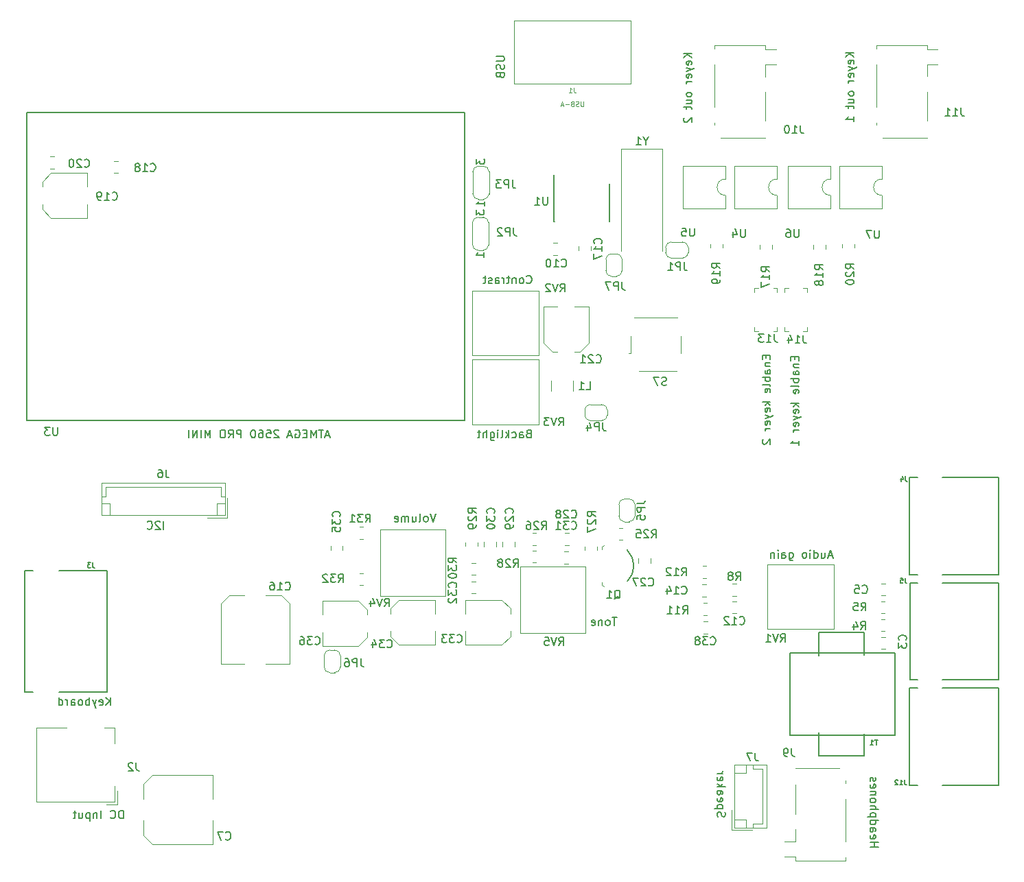
<source format=gbr>
%TF.GenerationSoftware,KiCad,Pcbnew,(6.0.11-0)*%
%TF.CreationDate,2023-05-23T17:58:13+02:00*%
%TF.ProjectId,Keyer_MEGA2560,4b657965-725f-44d4-9547-41323536302e,rev?*%
%TF.SameCoordinates,Original*%
%TF.FileFunction,Legend,Bot*%
%TF.FilePolarity,Positive*%
%FSLAX46Y46*%
G04 Gerber Fmt 4.6, Leading zero omitted, Abs format (unit mm)*
G04 Created by KiCad (PCBNEW (6.0.11-0)) date 2023-05-23 17:58:13*
%MOMM*%
%LPD*%
G01*
G04 APERTURE LIST*
%ADD10C,0.150000*%
%ADD11C,0.127000*%
%ADD12C,0.124460*%
%ADD13C,0.120000*%
%ADD14C,0.100000*%
%ADD15C,0.001000*%
%ADD16C,0.203200*%
G04 APERTURE END LIST*
D10*
X270235371Y-112098819D02*
X270235371Y-112432152D01*
X270759180Y-112575009D02*
X270759180Y-112098819D01*
X269759180Y-112098819D01*
X269759180Y-112575009D01*
X270092514Y-113003580D02*
X270759180Y-113003580D01*
X270187752Y-113003580D02*
X270140133Y-113051200D01*
X270092514Y-113146438D01*
X270092514Y-113289295D01*
X270140133Y-113384533D01*
X270235371Y-113432152D01*
X270759180Y-113432152D01*
X270759180Y-114336914D02*
X270235371Y-114336914D01*
X270140133Y-114289295D01*
X270092514Y-114194057D01*
X270092514Y-114003580D01*
X270140133Y-113908342D01*
X270711561Y-114336914D02*
X270759180Y-114241676D01*
X270759180Y-114003580D01*
X270711561Y-113908342D01*
X270616323Y-113860723D01*
X270521085Y-113860723D01*
X270425847Y-113908342D01*
X270378228Y-114003580D01*
X270378228Y-114241676D01*
X270330609Y-114336914D01*
X270759180Y-114813104D02*
X269759180Y-114813104D01*
X270140133Y-114813104D02*
X270092514Y-114908342D01*
X270092514Y-115098819D01*
X270140133Y-115194057D01*
X270187752Y-115241676D01*
X270282990Y-115289295D01*
X270568704Y-115289295D01*
X270663942Y-115241676D01*
X270711561Y-115194057D01*
X270759180Y-115098819D01*
X270759180Y-114908342D01*
X270711561Y-114813104D01*
X270759180Y-115860723D02*
X270711561Y-115765485D01*
X270616323Y-115717866D01*
X269759180Y-115717866D01*
X270711561Y-116622628D02*
X270759180Y-116527390D01*
X270759180Y-116336914D01*
X270711561Y-116241676D01*
X270616323Y-116194057D01*
X270235371Y-116194057D01*
X270140133Y-116241676D01*
X270092514Y-116336914D01*
X270092514Y-116527390D01*
X270140133Y-116622628D01*
X270235371Y-116670247D01*
X270330609Y-116670247D01*
X270425847Y-116194057D01*
X270759180Y-117860723D02*
X269759180Y-117860723D01*
X270378228Y-117955961D02*
X270759180Y-118241676D01*
X270092514Y-118241676D02*
X270473466Y-117860723D01*
X270711561Y-119051200D02*
X270759180Y-118955961D01*
X270759180Y-118765485D01*
X270711561Y-118670247D01*
X270616323Y-118622628D01*
X270235371Y-118622628D01*
X270140133Y-118670247D01*
X270092514Y-118765485D01*
X270092514Y-118955961D01*
X270140133Y-119051200D01*
X270235371Y-119098819D01*
X270330609Y-119098819D01*
X270425847Y-118622628D01*
X270092514Y-119432152D02*
X270759180Y-119670247D01*
X270092514Y-119908342D02*
X270759180Y-119670247D01*
X270997276Y-119575009D01*
X271044895Y-119527390D01*
X271092514Y-119432152D01*
X270711561Y-120670247D02*
X270759180Y-120575009D01*
X270759180Y-120384533D01*
X270711561Y-120289295D01*
X270616323Y-120241676D01*
X270235371Y-120241676D01*
X270140133Y-120289295D01*
X270092514Y-120384533D01*
X270092514Y-120575009D01*
X270140133Y-120670247D01*
X270235371Y-120717866D01*
X270330609Y-120717866D01*
X270425847Y-120241676D01*
X270759180Y-121146438D02*
X270092514Y-121146438D01*
X270282990Y-121146438D02*
X270187752Y-121194057D01*
X270140133Y-121241676D01*
X270092514Y-121336914D01*
X270092514Y-121432152D01*
X270759180Y-123051200D02*
X270759180Y-122479771D01*
X270759180Y-122765485D02*
X269759180Y-122765485D01*
X269902038Y-122670247D01*
X269997276Y-122575009D01*
X270044895Y-122479771D01*
X274878323Y-136666266D02*
X274402133Y-136666266D01*
X274973561Y-136951980D02*
X274640228Y-135951980D01*
X274306895Y-136951980D01*
X273544990Y-136285314D02*
X273544990Y-136951980D01*
X273973561Y-136285314D02*
X273973561Y-136809123D01*
X273925942Y-136904361D01*
X273830704Y-136951980D01*
X273687847Y-136951980D01*
X273592609Y-136904361D01*
X273544990Y-136856742D01*
X272640228Y-136951980D02*
X272640228Y-135951980D01*
X272640228Y-136904361D02*
X272735466Y-136951980D01*
X272925942Y-136951980D01*
X273021180Y-136904361D01*
X273068800Y-136856742D01*
X273116419Y-136761504D01*
X273116419Y-136475790D01*
X273068800Y-136380552D01*
X273021180Y-136332933D01*
X272925942Y-136285314D01*
X272735466Y-136285314D01*
X272640228Y-136332933D01*
X272164038Y-136951980D02*
X272164038Y-136285314D01*
X272164038Y-135951980D02*
X272211657Y-135999600D01*
X272164038Y-136047219D01*
X272116419Y-135999600D01*
X272164038Y-135951980D01*
X272164038Y-136047219D01*
X271544990Y-136951980D02*
X271640228Y-136904361D01*
X271687847Y-136856742D01*
X271735466Y-136761504D01*
X271735466Y-136475790D01*
X271687847Y-136380552D01*
X271640228Y-136332933D01*
X271544990Y-136285314D01*
X271402133Y-136285314D01*
X271306895Y-136332933D01*
X271259276Y-136380552D01*
X271211657Y-136475790D01*
X271211657Y-136761504D01*
X271259276Y-136856742D01*
X271306895Y-136904361D01*
X271402133Y-136951980D01*
X271544990Y-136951980D01*
X269592609Y-136285314D02*
X269592609Y-137094838D01*
X269640228Y-137190076D01*
X269687847Y-137237695D01*
X269783085Y-137285314D01*
X269925942Y-137285314D01*
X270021180Y-137237695D01*
X269592609Y-136904361D02*
X269687847Y-136951980D01*
X269878323Y-136951980D01*
X269973561Y-136904361D01*
X270021180Y-136856742D01*
X270068800Y-136761504D01*
X270068800Y-136475790D01*
X270021180Y-136380552D01*
X269973561Y-136332933D01*
X269878323Y-136285314D01*
X269687847Y-136285314D01*
X269592609Y-136332933D01*
X268687847Y-136951980D02*
X268687847Y-136428171D01*
X268735466Y-136332933D01*
X268830704Y-136285314D01*
X269021180Y-136285314D01*
X269116419Y-136332933D01*
X268687847Y-136904361D02*
X268783085Y-136951980D01*
X269021180Y-136951980D01*
X269116419Y-136904361D01*
X269164038Y-136809123D01*
X269164038Y-136713885D01*
X269116419Y-136618647D01*
X269021180Y-136571028D01*
X268783085Y-136571028D01*
X268687847Y-136523409D01*
X268211657Y-136951980D02*
X268211657Y-136285314D01*
X268211657Y-135951980D02*
X268259276Y-135999600D01*
X268211657Y-136047219D01*
X268164038Y-135999600D01*
X268211657Y-135951980D01*
X268211657Y-136047219D01*
X267735466Y-136285314D02*
X267735466Y-136951980D01*
X267735466Y-136380552D02*
X267687847Y-136332933D01*
X267592609Y-136285314D01*
X267449752Y-136285314D01*
X267354514Y-136332933D01*
X267306895Y-136428171D01*
X267306895Y-136951980D01*
X187427809Y-169108380D02*
X187427809Y-168108380D01*
X187189714Y-168108380D01*
X187046857Y-168156000D01*
X186951619Y-168251238D01*
X186904000Y-168346476D01*
X186856380Y-168536952D01*
X186856380Y-168679809D01*
X186904000Y-168870285D01*
X186951619Y-168965523D01*
X187046857Y-169060761D01*
X187189714Y-169108380D01*
X187427809Y-169108380D01*
X185856380Y-169013142D02*
X185904000Y-169060761D01*
X186046857Y-169108380D01*
X186142095Y-169108380D01*
X186284952Y-169060761D01*
X186380190Y-168965523D01*
X186427809Y-168870285D01*
X186475428Y-168679809D01*
X186475428Y-168536952D01*
X186427809Y-168346476D01*
X186380190Y-168251238D01*
X186284952Y-168156000D01*
X186142095Y-168108380D01*
X186046857Y-168108380D01*
X185904000Y-168156000D01*
X185856380Y-168203619D01*
X184665904Y-169108380D02*
X184665904Y-168108380D01*
X184189714Y-168441714D02*
X184189714Y-169108380D01*
X184189714Y-168536952D02*
X184142095Y-168489333D01*
X184046857Y-168441714D01*
X183904000Y-168441714D01*
X183808761Y-168489333D01*
X183761142Y-168584571D01*
X183761142Y-169108380D01*
X183284952Y-168441714D02*
X183284952Y-169441714D01*
X183284952Y-168489333D02*
X183189714Y-168441714D01*
X182999238Y-168441714D01*
X182904000Y-168489333D01*
X182856380Y-168536952D01*
X182808761Y-168632190D01*
X182808761Y-168917904D01*
X182856380Y-169013142D01*
X182904000Y-169060761D01*
X182999238Y-169108380D01*
X183189714Y-169108380D01*
X183284952Y-169060761D01*
X181951619Y-168441714D02*
X181951619Y-169108380D01*
X182380190Y-168441714D02*
X182380190Y-168965523D01*
X182332571Y-169060761D01*
X182237333Y-169108380D01*
X182094476Y-169108380D01*
X181999238Y-169060761D01*
X181951619Y-169013142D01*
X181618285Y-168441714D02*
X181237333Y-168441714D01*
X181475428Y-168108380D02*
X181475428Y-168965523D01*
X181427809Y-169060761D01*
X181332571Y-169108380D01*
X181237333Y-169108380D01*
X277566380Y-74552704D02*
X276566380Y-74552704D01*
X277566380Y-75124133D02*
X276994952Y-74695561D01*
X276566380Y-75124133D02*
X277137809Y-74552704D01*
X277518761Y-75933657D02*
X277566380Y-75838419D01*
X277566380Y-75647942D01*
X277518761Y-75552704D01*
X277423523Y-75505085D01*
X277042571Y-75505085D01*
X276947333Y-75552704D01*
X276899714Y-75647942D01*
X276899714Y-75838419D01*
X276947333Y-75933657D01*
X277042571Y-75981276D01*
X277137809Y-75981276D01*
X277233047Y-75505085D01*
X276899714Y-76314609D02*
X277566380Y-76552704D01*
X276899714Y-76790800D02*
X277566380Y-76552704D01*
X277804476Y-76457466D01*
X277852095Y-76409847D01*
X277899714Y-76314609D01*
X277518761Y-77552704D02*
X277566380Y-77457466D01*
X277566380Y-77266990D01*
X277518761Y-77171752D01*
X277423523Y-77124133D01*
X277042571Y-77124133D01*
X276947333Y-77171752D01*
X276899714Y-77266990D01*
X276899714Y-77457466D01*
X276947333Y-77552704D01*
X277042571Y-77600323D01*
X277137809Y-77600323D01*
X277233047Y-77124133D01*
X277566380Y-78028895D02*
X276899714Y-78028895D01*
X277090190Y-78028895D02*
X276994952Y-78076514D01*
X276947333Y-78124133D01*
X276899714Y-78219371D01*
X276899714Y-78314609D01*
X277566380Y-79552704D02*
X277518761Y-79457466D01*
X277471142Y-79409847D01*
X277375904Y-79362228D01*
X277090190Y-79362228D01*
X276994952Y-79409847D01*
X276947333Y-79457466D01*
X276899714Y-79552704D01*
X276899714Y-79695561D01*
X276947333Y-79790800D01*
X276994952Y-79838419D01*
X277090190Y-79886038D01*
X277375904Y-79886038D01*
X277471142Y-79838419D01*
X277518761Y-79790800D01*
X277566380Y-79695561D01*
X277566380Y-79552704D01*
X276899714Y-80743180D02*
X277566380Y-80743180D01*
X276899714Y-80314609D02*
X277423523Y-80314609D01*
X277518761Y-80362228D01*
X277566380Y-80457466D01*
X277566380Y-80600323D01*
X277518761Y-80695561D01*
X277471142Y-80743180D01*
X276899714Y-81076514D02*
X276899714Y-81457466D01*
X276566380Y-81219371D02*
X277423523Y-81219371D01*
X277518761Y-81266990D01*
X277566380Y-81362228D01*
X277566380Y-81457466D01*
X277566380Y-83076514D02*
X277566380Y-82505085D01*
X277566380Y-82790800D02*
X276566380Y-82790800D01*
X276709238Y-82695561D01*
X276804476Y-82600323D01*
X276852095Y-82505085D01*
X233437180Y-75039695D02*
X234246704Y-75039695D01*
X234341942Y-75087314D01*
X234389561Y-75134933D01*
X234437180Y-75230171D01*
X234437180Y-75420647D01*
X234389561Y-75515885D01*
X234341942Y-75563504D01*
X234246704Y-75611123D01*
X233437180Y-75611123D01*
X234389561Y-76039695D02*
X234437180Y-76182552D01*
X234437180Y-76420647D01*
X234389561Y-76515885D01*
X234341942Y-76563504D01*
X234246704Y-76611123D01*
X234151466Y-76611123D01*
X234056228Y-76563504D01*
X234008609Y-76515885D01*
X233960990Y-76420647D01*
X233913371Y-76230171D01*
X233865752Y-76134933D01*
X233818133Y-76087314D01*
X233722895Y-76039695D01*
X233627657Y-76039695D01*
X233532419Y-76087314D01*
X233484800Y-76134933D01*
X233437180Y-76230171D01*
X233437180Y-76468266D01*
X233484800Y-76611123D01*
X233913371Y-77373028D02*
X233960990Y-77515885D01*
X234008609Y-77563504D01*
X234103847Y-77611123D01*
X234246704Y-77611123D01*
X234341942Y-77563504D01*
X234389561Y-77515885D01*
X234437180Y-77420647D01*
X234437180Y-77039695D01*
X233437180Y-77039695D01*
X233437180Y-77373028D01*
X233484800Y-77468266D01*
X233532419Y-77515885D01*
X233627657Y-77563504D01*
X233722895Y-77563504D01*
X233818133Y-77515885D01*
X233865752Y-77468266D01*
X233913371Y-77373028D01*
X233913371Y-77039695D01*
X266730171Y-111946419D02*
X266730171Y-112279752D01*
X267253980Y-112422609D02*
X267253980Y-111946419D01*
X266253980Y-111946419D01*
X266253980Y-112422609D01*
X266587314Y-112851180D02*
X267253980Y-112851180D01*
X266682552Y-112851180D02*
X266634933Y-112898800D01*
X266587314Y-112994038D01*
X266587314Y-113136895D01*
X266634933Y-113232133D01*
X266730171Y-113279752D01*
X267253980Y-113279752D01*
X267253980Y-114184514D02*
X266730171Y-114184514D01*
X266634933Y-114136895D01*
X266587314Y-114041657D01*
X266587314Y-113851180D01*
X266634933Y-113755942D01*
X267206361Y-114184514D02*
X267253980Y-114089276D01*
X267253980Y-113851180D01*
X267206361Y-113755942D01*
X267111123Y-113708323D01*
X267015885Y-113708323D01*
X266920647Y-113755942D01*
X266873028Y-113851180D01*
X266873028Y-114089276D01*
X266825409Y-114184514D01*
X267253980Y-114660704D02*
X266253980Y-114660704D01*
X266634933Y-114660704D02*
X266587314Y-114755942D01*
X266587314Y-114946419D01*
X266634933Y-115041657D01*
X266682552Y-115089276D01*
X266777790Y-115136895D01*
X267063504Y-115136895D01*
X267158742Y-115089276D01*
X267206361Y-115041657D01*
X267253980Y-114946419D01*
X267253980Y-114755942D01*
X267206361Y-114660704D01*
X267253980Y-115708323D02*
X267206361Y-115613085D01*
X267111123Y-115565466D01*
X266253980Y-115565466D01*
X267206361Y-116470228D02*
X267253980Y-116374990D01*
X267253980Y-116184514D01*
X267206361Y-116089276D01*
X267111123Y-116041657D01*
X266730171Y-116041657D01*
X266634933Y-116089276D01*
X266587314Y-116184514D01*
X266587314Y-116374990D01*
X266634933Y-116470228D01*
X266730171Y-116517847D01*
X266825409Y-116517847D01*
X266920647Y-116041657D01*
X267253980Y-117708323D02*
X266253980Y-117708323D01*
X266873028Y-117803561D02*
X267253980Y-118089276D01*
X266587314Y-118089276D02*
X266968266Y-117708323D01*
X267206361Y-118898800D02*
X267253980Y-118803561D01*
X267253980Y-118613085D01*
X267206361Y-118517847D01*
X267111123Y-118470228D01*
X266730171Y-118470228D01*
X266634933Y-118517847D01*
X266587314Y-118613085D01*
X266587314Y-118803561D01*
X266634933Y-118898800D01*
X266730171Y-118946419D01*
X266825409Y-118946419D01*
X266920647Y-118470228D01*
X266587314Y-119279752D02*
X267253980Y-119517847D01*
X266587314Y-119755942D02*
X267253980Y-119517847D01*
X267492076Y-119422609D01*
X267539695Y-119374990D01*
X267587314Y-119279752D01*
X267206361Y-120517847D02*
X267253980Y-120422609D01*
X267253980Y-120232133D01*
X267206361Y-120136895D01*
X267111123Y-120089276D01*
X266730171Y-120089276D01*
X266634933Y-120136895D01*
X266587314Y-120232133D01*
X266587314Y-120422609D01*
X266634933Y-120517847D01*
X266730171Y-120565466D01*
X266825409Y-120565466D01*
X266920647Y-120089276D01*
X267253980Y-120994038D02*
X266587314Y-120994038D01*
X266777790Y-120994038D02*
X266682552Y-121041657D01*
X266634933Y-121089276D01*
X266587314Y-121184514D01*
X266587314Y-121279752D01*
X266349219Y-122327371D02*
X266301600Y-122374990D01*
X266253980Y-122470228D01*
X266253980Y-122708323D01*
X266301600Y-122803561D01*
X266349219Y-122851180D01*
X266444457Y-122898800D01*
X266539695Y-122898800D01*
X266682552Y-122851180D01*
X267253980Y-122279752D01*
X267253980Y-122898800D01*
X260758038Y-168877904D02*
X260710419Y-168735047D01*
X260710419Y-168496952D01*
X260758038Y-168401714D01*
X260805657Y-168354095D01*
X260900895Y-168306476D01*
X260996133Y-168306476D01*
X261091371Y-168354095D01*
X261138990Y-168401714D01*
X261186609Y-168496952D01*
X261234228Y-168687428D01*
X261281847Y-168782666D01*
X261329466Y-168830285D01*
X261424704Y-168877904D01*
X261519942Y-168877904D01*
X261615180Y-168830285D01*
X261662800Y-168782666D01*
X261710419Y-168687428D01*
X261710419Y-168449333D01*
X261662800Y-168306476D01*
X261377085Y-167877904D02*
X260377085Y-167877904D01*
X261329466Y-167877904D02*
X261377085Y-167782666D01*
X261377085Y-167592190D01*
X261329466Y-167496952D01*
X261281847Y-167449333D01*
X261186609Y-167401714D01*
X260900895Y-167401714D01*
X260805657Y-167449333D01*
X260758038Y-167496952D01*
X260710419Y-167592190D01*
X260710419Y-167782666D01*
X260758038Y-167877904D01*
X260758038Y-166592190D02*
X260710419Y-166687428D01*
X260710419Y-166877904D01*
X260758038Y-166973142D01*
X260853276Y-167020761D01*
X261234228Y-167020761D01*
X261329466Y-166973142D01*
X261377085Y-166877904D01*
X261377085Y-166687428D01*
X261329466Y-166592190D01*
X261234228Y-166544571D01*
X261138990Y-166544571D01*
X261043752Y-167020761D01*
X260710419Y-165687428D02*
X261234228Y-165687428D01*
X261329466Y-165735047D01*
X261377085Y-165830285D01*
X261377085Y-166020761D01*
X261329466Y-166116000D01*
X260758038Y-165687428D02*
X260710419Y-165782666D01*
X260710419Y-166020761D01*
X260758038Y-166116000D01*
X260853276Y-166163619D01*
X260948514Y-166163619D01*
X261043752Y-166116000D01*
X261091371Y-166020761D01*
X261091371Y-165782666D01*
X261138990Y-165687428D01*
X260710419Y-165211238D02*
X261710419Y-165211238D01*
X261091371Y-165116000D02*
X260710419Y-164830285D01*
X261377085Y-164830285D02*
X260996133Y-165211238D01*
X260758038Y-164020761D02*
X260710419Y-164116000D01*
X260710419Y-164306476D01*
X260758038Y-164401714D01*
X260853276Y-164449333D01*
X261234228Y-164449333D01*
X261329466Y-164401714D01*
X261377085Y-164306476D01*
X261377085Y-164116000D01*
X261329466Y-164020761D01*
X261234228Y-163973142D01*
X261138990Y-163973142D01*
X261043752Y-164449333D01*
X260710419Y-163544571D02*
X261377085Y-163544571D01*
X261186609Y-163544571D02*
X261281847Y-163496952D01*
X261329466Y-163449333D01*
X261377085Y-163354095D01*
X261377085Y-163258857D01*
X192390590Y-133395980D02*
X192390590Y-132395980D01*
X191962019Y-132491219D02*
X191914400Y-132443600D01*
X191819161Y-132395980D01*
X191581066Y-132395980D01*
X191485828Y-132443600D01*
X191438209Y-132491219D01*
X191390590Y-132586457D01*
X191390590Y-132681695D01*
X191438209Y-132824552D01*
X192009638Y-133395980D01*
X191390590Y-133395980D01*
X190390590Y-133300742D02*
X190438209Y-133348361D01*
X190581066Y-133395980D01*
X190676304Y-133395980D01*
X190819161Y-133348361D01*
X190914400Y-133253123D01*
X190962019Y-133157885D01*
X191009638Y-132967409D01*
X191009638Y-132824552D01*
X190962019Y-132634076D01*
X190914400Y-132538838D01*
X190819161Y-132443600D01*
X190676304Y-132395980D01*
X190581066Y-132395980D01*
X190438209Y-132443600D01*
X190390590Y-132491219D01*
X257551180Y-74654304D02*
X256551180Y-74654304D01*
X257551180Y-75225733D02*
X256979752Y-74797161D01*
X256551180Y-75225733D02*
X257122609Y-74654304D01*
X257503561Y-76035257D02*
X257551180Y-75940019D01*
X257551180Y-75749542D01*
X257503561Y-75654304D01*
X257408323Y-75606685D01*
X257027371Y-75606685D01*
X256932133Y-75654304D01*
X256884514Y-75749542D01*
X256884514Y-75940019D01*
X256932133Y-76035257D01*
X257027371Y-76082876D01*
X257122609Y-76082876D01*
X257217847Y-75606685D01*
X256884514Y-76416209D02*
X257551180Y-76654304D01*
X256884514Y-76892400D02*
X257551180Y-76654304D01*
X257789276Y-76559066D01*
X257836895Y-76511447D01*
X257884514Y-76416209D01*
X257503561Y-77654304D02*
X257551180Y-77559066D01*
X257551180Y-77368590D01*
X257503561Y-77273352D01*
X257408323Y-77225733D01*
X257027371Y-77225733D01*
X256932133Y-77273352D01*
X256884514Y-77368590D01*
X256884514Y-77559066D01*
X256932133Y-77654304D01*
X257027371Y-77701923D01*
X257122609Y-77701923D01*
X257217847Y-77225733D01*
X257551180Y-78130495D02*
X256884514Y-78130495D01*
X257074990Y-78130495D02*
X256979752Y-78178114D01*
X256932133Y-78225733D01*
X256884514Y-78320971D01*
X256884514Y-78416209D01*
X257551180Y-79654304D02*
X257503561Y-79559066D01*
X257455942Y-79511447D01*
X257360704Y-79463828D01*
X257074990Y-79463828D01*
X256979752Y-79511447D01*
X256932133Y-79559066D01*
X256884514Y-79654304D01*
X256884514Y-79797161D01*
X256932133Y-79892400D01*
X256979752Y-79940019D01*
X257074990Y-79987638D01*
X257360704Y-79987638D01*
X257455942Y-79940019D01*
X257503561Y-79892400D01*
X257551180Y-79797161D01*
X257551180Y-79654304D01*
X256884514Y-80844780D02*
X257551180Y-80844780D01*
X256884514Y-80416209D02*
X257408323Y-80416209D01*
X257503561Y-80463828D01*
X257551180Y-80559066D01*
X257551180Y-80701923D01*
X257503561Y-80797161D01*
X257455942Y-80844780D01*
X256884514Y-81178114D02*
X256884514Y-81559066D01*
X256551180Y-81320971D02*
X257408323Y-81320971D01*
X257503561Y-81368590D01*
X257551180Y-81463828D01*
X257551180Y-81559066D01*
X256646419Y-82606685D02*
X256598800Y-82654304D01*
X256551180Y-82749542D01*
X256551180Y-82987638D01*
X256598800Y-83082876D01*
X256646419Y-83130495D01*
X256741657Y-83178114D01*
X256836895Y-83178114D01*
X256979752Y-83130495D01*
X257551180Y-82559066D01*
X257551180Y-83178114D01*
X212879485Y-121832666D02*
X212403295Y-121832666D01*
X212974723Y-122118380D02*
X212641390Y-121118380D01*
X212308057Y-122118380D01*
X212117580Y-121118380D02*
X211546152Y-121118380D01*
X211831866Y-122118380D02*
X211831866Y-121118380D01*
X211212819Y-122118380D02*
X211212819Y-121118380D01*
X210879485Y-121832666D01*
X210546152Y-121118380D01*
X210546152Y-122118380D01*
X210069961Y-121594571D02*
X209736628Y-121594571D01*
X209593771Y-122118380D02*
X210069961Y-122118380D01*
X210069961Y-121118380D01*
X209593771Y-121118380D01*
X208641390Y-121166000D02*
X208736628Y-121118380D01*
X208879485Y-121118380D01*
X209022342Y-121166000D01*
X209117580Y-121261238D01*
X209165200Y-121356476D01*
X209212819Y-121546952D01*
X209212819Y-121689809D01*
X209165200Y-121880285D01*
X209117580Y-121975523D01*
X209022342Y-122070761D01*
X208879485Y-122118380D01*
X208784247Y-122118380D01*
X208641390Y-122070761D01*
X208593771Y-122023142D01*
X208593771Y-121689809D01*
X208784247Y-121689809D01*
X208212819Y-121832666D02*
X207736628Y-121832666D01*
X208308057Y-122118380D02*
X207974723Y-121118380D01*
X207641390Y-122118380D01*
X206593771Y-121213619D02*
X206546152Y-121166000D01*
X206450914Y-121118380D01*
X206212819Y-121118380D01*
X206117580Y-121166000D01*
X206069961Y-121213619D01*
X206022342Y-121308857D01*
X206022342Y-121404095D01*
X206069961Y-121546952D01*
X206641390Y-122118380D01*
X206022342Y-122118380D01*
X205117580Y-121118380D02*
X205593771Y-121118380D01*
X205641390Y-121594571D01*
X205593771Y-121546952D01*
X205498533Y-121499333D01*
X205260438Y-121499333D01*
X205165200Y-121546952D01*
X205117580Y-121594571D01*
X205069961Y-121689809D01*
X205069961Y-121927904D01*
X205117580Y-122023142D01*
X205165200Y-122070761D01*
X205260438Y-122118380D01*
X205498533Y-122118380D01*
X205593771Y-122070761D01*
X205641390Y-122023142D01*
X204212819Y-121118380D02*
X204403295Y-121118380D01*
X204498533Y-121166000D01*
X204546152Y-121213619D01*
X204641390Y-121356476D01*
X204689009Y-121546952D01*
X204689009Y-121927904D01*
X204641390Y-122023142D01*
X204593771Y-122070761D01*
X204498533Y-122118380D01*
X204308057Y-122118380D01*
X204212819Y-122070761D01*
X204165200Y-122023142D01*
X204117580Y-121927904D01*
X204117580Y-121689809D01*
X204165200Y-121594571D01*
X204212819Y-121546952D01*
X204308057Y-121499333D01*
X204498533Y-121499333D01*
X204593771Y-121546952D01*
X204641390Y-121594571D01*
X204689009Y-121689809D01*
X203498533Y-121118380D02*
X203403295Y-121118380D01*
X203308057Y-121166000D01*
X203260438Y-121213619D01*
X203212819Y-121308857D01*
X203165200Y-121499333D01*
X203165200Y-121737428D01*
X203212819Y-121927904D01*
X203260438Y-122023142D01*
X203308057Y-122070761D01*
X203403295Y-122118380D01*
X203498533Y-122118380D01*
X203593771Y-122070761D01*
X203641390Y-122023142D01*
X203689009Y-121927904D01*
X203736628Y-121737428D01*
X203736628Y-121499333D01*
X203689009Y-121308857D01*
X203641390Y-121213619D01*
X203593771Y-121166000D01*
X203498533Y-121118380D01*
X201974723Y-122118380D02*
X201974723Y-121118380D01*
X201593771Y-121118380D01*
X201498533Y-121166000D01*
X201450914Y-121213619D01*
X201403295Y-121308857D01*
X201403295Y-121451714D01*
X201450914Y-121546952D01*
X201498533Y-121594571D01*
X201593771Y-121642190D01*
X201974723Y-121642190D01*
X200403295Y-122118380D02*
X200736628Y-121642190D01*
X200974723Y-122118380D02*
X200974723Y-121118380D01*
X200593771Y-121118380D01*
X200498533Y-121166000D01*
X200450914Y-121213619D01*
X200403295Y-121308857D01*
X200403295Y-121451714D01*
X200450914Y-121546952D01*
X200498533Y-121594571D01*
X200593771Y-121642190D01*
X200974723Y-121642190D01*
X199784247Y-121118380D02*
X199593771Y-121118380D01*
X199498533Y-121166000D01*
X199403295Y-121261238D01*
X199355676Y-121451714D01*
X199355676Y-121785047D01*
X199403295Y-121975523D01*
X199498533Y-122070761D01*
X199593771Y-122118380D01*
X199784247Y-122118380D01*
X199879485Y-122070761D01*
X199974723Y-121975523D01*
X200022342Y-121785047D01*
X200022342Y-121451714D01*
X199974723Y-121261238D01*
X199879485Y-121166000D01*
X199784247Y-121118380D01*
X198165200Y-122118380D02*
X198165200Y-121118380D01*
X197831866Y-121832666D01*
X197498533Y-121118380D01*
X197498533Y-122118380D01*
X197022342Y-122118380D02*
X197022342Y-121118380D01*
X196546152Y-122118380D02*
X196546152Y-121118380D01*
X195974723Y-122118380D01*
X195974723Y-121118380D01*
X195498533Y-122118380D02*
X195498533Y-121118380D01*
X225962838Y-131481580D02*
X225629504Y-132481580D01*
X225296171Y-131481580D01*
X224819980Y-132481580D02*
X224915219Y-132433961D01*
X224962838Y-132386342D01*
X225010457Y-132291104D01*
X225010457Y-132005390D01*
X224962838Y-131910152D01*
X224915219Y-131862533D01*
X224819980Y-131814914D01*
X224677123Y-131814914D01*
X224581885Y-131862533D01*
X224534266Y-131910152D01*
X224486647Y-132005390D01*
X224486647Y-132291104D01*
X224534266Y-132386342D01*
X224581885Y-132433961D01*
X224677123Y-132481580D01*
X224819980Y-132481580D01*
X223915219Y-132481580D02*
X224010457Y-132433961D01*
X224058076Y-132338723D01*
X224058076Y-131481580D01*
X223105695Y-131814914D02*
X223105695Y-132481580D01*
X223534266Y-131814914D02*
X223534266Y-132338723D01*
X223486647Y-132433961D01*
X223391409Y-132481580D01*
X223248552Y-132481580D01*
X223153314Y-132433961D01*
X223105695Y-132386342D01*
X222629504Y-132481580D02*
X222629504Y-131814914D01*
X222629504Y-131910152D02*
X222581885Y-131862533D01*
X222486647Y-131814914D01*
X222343790Y-131814914D01*
X222248552Y-131862533D01*
X222200933Y-131957771D01*
X222200933Y-132481580D01*
X222200933Y-131957771D02*
X222153314Y-131862533D01*
X222058076Y-131814914D01*
X221915219Y-131814914D01*
X221819980Y-131862533D01*
X221772361Y-131957771D01*
X221772361Y-132481580D01*
X220915219Y-132433961D02*
X221010457Y-132481580D01*
X221200933Y-132481580D01*
X221296171Y-132433961D01*
X221343790Y-132338723D01*
X221343790Y-131957771D01*
X221296171Y-131862533D01*
X221200933Y-131814914D01*
X221010457Y-131814914D01*
X220915219Y-131862533D01*
X220867600Y-131957771D01*
X220867600Y-132053009D01*
X221343790Y-132148247D01*
X185867276Y-155138380D02*
X185867276Y-154138380D01*
X185295847Y-155138380D02*
X185724419Y-154566952D01*
X185295847Y-154138380D02*
X185867276Y-154709809D01*
X184486323Y-155090761D02*
X184581561Y-155138380D01*
X184772038Y-155138380D01*
X184867276Y-155090761D01*
X184914895Y-154995523D01*
X184914895Y-154614571D01*
X184867276Y-154519333D01*
X184772038Y-154471714D01*
X184581561Y-154471714D01*
X184486323Y-154519333D01*
X184438704Y-154614571D01*
X184438704Y-154709809D01*
X184914895Y-154805047D01*
X184105371Y-154471714D02*
X183867276Y-155138380D01*
X183629180Y-154471714D02*
X183867276Y-155138380D01*
X183962514Y-155376476D01*
X184010133Y-155424095D01*
X184105371Y-155471714D01*
X183248228Y-155138380D02*
X183248228Y-154138380D01*
X183248228Y-154519333D02*
X183152990Y-154471714D01*
X182962514Y-154471714D01*
X182867276Y-154519333D01*
X182819657Y-154566952D01*
X182772038Y-154662190D01*
X182772038Y-154947904D01*
X182819657Y-155043142D01*
X182867276Y-155090761D01*
X182962514Y-155138380D01*
X183152990Y-155138380D01*
X183248228Y-155090761D01*
X182200609Y-155138380D02*
X182295847Y-155090761D01*
X182343466Y-155043142D01*
X182391085Y-154947904D01*
X182391085Y-154662190D01*
X182343466Y-154566952D01*
X182295847Y-154519333D01*
X182200609Y-154471714D01*
X182057752Y-154471714D01*
X181962514Y-154519333D01*
X181914895Y-154566952D01*
X181867276Y-154662190D01*
X181867276Y-154947904D01*
X181914895Y-155043142D01*
X181962514Y-155090761D01*
X182057752Y-155138380D01*
X182200609Y-155138380D01*
X181010133Y-155138380D02*
X181010133Y-154614571D01*
X181057752Y-154519333D01*
X181152990Y-154471714D01*
X181343466Y-154471714D01*
X181438704Y-154519333D01*
X181010133Y-155090761D02*
X181105371Y-155138380D01*
X181343466Y-155138380D01*
X181438704Y-155090761D01*
X181486323Y-154995523D01*
X181486323Y-154900285D01*
X181438704Y-154805047D01*
X181343466Y-154757428D01*
X181105371Y-154757428D01*
X181010133Y-154709809D01*
X180533942Y-155138380D02*
X180533942Y-154471714D01*
X180533942Y-154662190D02*
X180486323Y-154566952D01*
X180438704Y-154519333D01*
X180343466Y-154471714D01*
X180248228Y-154471714D01*
X179486323Y-155138380D02*
X179486323Y-154138380D01*
X179486323Y-155090761D02*
X179581561Y-155138380D01*
X179772038Y-155138380D01*
X179867276Y-155090761D01*
X179914895Y-155043142D01*
X179962514Y-154947904D01*
X179962514Y-154662190D01*
X179914895Y-154566952D01*
X179867276Y-154519333D01*
X179772038Y-154471714D01*
X179581561Y-154471714D01*
X179486323Y-154519333D01*
X237181733Y-102973142D02*
X237229352Y-103020761D01*
X237372209Y-103068380D01*
X237467447Y-103068380D01*
X237610304Y-103020761D01*
X237705542Y-102925523D01*
X237753161Y-102830285D01*
X237800780Y-102639809D01*
X237800780Y-102496952D01*
X237753161Y-102306476D01*
X237705542Y-102211238D01*
X237610304Y-102116000D01*
X237467447Y-102068380D01*
X237372209Y-102068380D01*
X237229352Y-102116000D01*
X237181733Y-102163619D01*
X236610304Y-103068380D02*
X236705542Y-103020761D01*
X236753161Y-102973142D01*
X236800780Y-102877904D01*
X236800780Y-102592190D01*
X236753161Y-102496952D01*
X236705542Y-102449333D01*
X236610304Y-102401714D01*
X236467447Y-102401714D01*
X236372209Y-102449333D01*
X236324590Y-102496952D01*
X236276971Y-102592190D01*
X236276971Y-102877904D01*
X236324590Y-102973142D01*
X236372209Y-103020761D01*
X236467447Y-103068380D01*
X236610304Y-103068380D01*
X235848400Y-102401714D02*
X235848400Y-103068380D01*
X235848400Y-102496952D02*
X235800780Y-102449333D01*
X235705542Y-102401714D01*
X235562685Y-102401714D01*
X235467447Y-102449333D01*
X235419828Y-102544571D01*
X235419828Y-103068380D01*
X235086495Y-102401714D02*
X234705542Y-102401714D01*
X234943638Y-102068380D02*
X234943638Y-102925523D01*
X234896019Y-103020761D01*
X234800780Y-103068380D01*
X234705542Y-103068380D01*
X234372209Y-103068380D02*
X234372209Y-102401714D01*
X234372209Y-102592190D02*
X234324590Y-102496952D01*
X234276971Y-102449333D01*
X234181733Y-102401714D01*
X234086495Y-102401714D01*
X233324590Y-103068380D02*
X233324590Y-102544571D01*
X233372209Y-102449333D01*
X233467447Y-102401714D01*
X233657923Y-102401714D01*
X233753161Y-102449333D01*
X233324590Y-103020761D02*
X233419828Y-103068380D01*
X233657923Y-103068380D01*
X233753161Y-103020761D01*
X233800780Y-102925523D01*
X233800780Y-102830285D01*
X233753161Y-102735047D01*
X233657923Y-102687428D01*
X233419828Y-102687428D01*
X233324590Y-102639809D01*
X232896019Y-103020761D02*
X232800780Y-103068380D01*
X232610304Y-103068380D01*
X232515066Y-103020761D01*
X232467447Y-102925523D01*
X232467447Y-102877904D01*
X232515066Y-102782666D01*
X232610304Y-102735047D01*
X232753161Y-102735047D01*
X232848400Y-102687428D01*
X232896019Y-102592190D01*
X232896019Y-102544571D01*
X232848400Y-102449333D01*
X232753161Y-102401714D01*
X232610304Y-102401714D01*
X232515066Y-102449333D01*
X232181733Y-102401714D02*
X231800780Y-102401714D01*
X232038876Y-102068380D02*
X232038876Y-102925523D01*
X231991257Y-103020761D01*
X231896019Y-103068380D01*
X231800780Y-103068380D01*
X248303847Y-144283180D02*
X247732419Y-144283180D01*
X248018133Y-145283180D02*
X248018133Y-144283180D01*
X247256228Y-145283180D02*
X247351466Y-145235561D01*
X247399085Y-145187942D01*
X247446704Y-145092704D01*
X247446704Y-144806990D01*
X247399085Y-144711752D01*
X247351466Y-144664133D01*
X247256228Y-144616514D01*
X247113371Y-144616514D01*
X247018133Y-144664133D01*
X246970514Y-144711752D01*
X246922895Y-144806990D01*
X246922895Y-145092704D01*
X246970514Y-145187942D01*
X247018133Y-145235561D01*
X247113371Y-145283180D01*
X247256228Y-145283180D01*
X246494323Y-144616514D02*
X246494323Y-145283180D01*
X246494323Y-144711752D02*
X246446704Y-144664133D01*
X246351466Y-144616514D01*
X246208609Y-144616514D01*
X246113371Y-144664133D01*
X246065752Y-144759371D01*
X246065752Y-145283180D01*
X245208609Y-145235561D02*
X245303847Y-145283180D01*
X245494323Y-145283180D01*
X245589561Y-145235561D01*
X245637180Y-145140323D01*
X245637180Y-144759371D01*
X245589561Y-144664133D01*
X245494323Y-144616514D01*
X245303847Y-144616514D01*
X245208609Y-144664133D01*
X245160990Y-144759371D01*
X245160990Y-144854609D01*
X245637180Y-144949847D01*
X237397561Y-121594571D02*
X237254704Y-121642190D01*
X237207085Y-121689809D01*
X237159466Y-121785047D01*
X237159466Y-121927904D01*
X237207085Y-122023142D01*
X237254704Y-122070761D01*
X237349942Y-122118380D01*
X237730895Y-122118380D01*
X237730895Y-121118380D01*
X237397561Y-121118380D01*
X237302323Y-121166000D01*
X237254704Y-121213619D01*
X237207085Y-121308857D01*
X237207085Y-121404095D01*
X237254704Y-121499333D01*
X237302323Y-121546952D01*
X237397561Y-121594571D01*
X237730895Y-121594571D01*
X236302323Y-122118380D02*
X236302323Y-121594571D01*
X236349942Y-121499333D01*
X236445180Y-121451714D01*
X236635657Y-121451714D01*
X236730895Y-121499333D01*
X236302323Y-122070761D02*
X236397561Y-122118380D01*
X236635657Y-122118380D01*
X236730895Y-122070761D01*
X236778514Y-121975523D01*
X236778514Y-121880285D01*
X236730895Y-121785047D01*
X236635657Y-121737428D01*
X236397561Y-121737428D01*
X236302323Y-121689809D01*
X235397561Y-122070761D02*
X235492800Y-122118380D01*
X235683276Y-122118380D01*
X235778514Y-122070761D01*
X235826133Y-122023142D01*
X235873752Y-121927904D01*
X235873752Y-121642190D01*
X235826133Y-121546952D01*
X235778514Y-121499333D01*
X235683276Y-121451714D01*
X235492800Y-121451714D01*
X235397561Y-121499333D01*
X234968990Y-122118380D02*
X234968990Y-121118380D01*
X234873752Y-121737428D02*
X234588038Y-122118380D01*
X234588038Y-121451714D02*
X234968990Y-121832666D01*
X234016609Y-122118380D02*
X234111847Y-122070761D01*
X234159466Y-121975523D01*
X234159466Y-121118380D01*
X233635657Y-122118380D02*
X233635657Y-121451714D01*
X233635657Y-121118380D02*
X233683276Y-121166000D01*
X233635657Y-121213619D01*
X233588038Y-121166000D01*
X233635657Y-121118380D01*
X233635657Y-121213619D01*
X232730895Y-121451714D02*
X232730895Y-122261238D01*
X232778514Y-122356476D01*
X232826133Y-122404095D01*
X232921371Y-122451714D01*
X233064228Y-122451714D01*
X233159466Y-122404095D01*
X232730895Y-122070761D02*
X232826133Y-122118380D01*
X233016609Y-122118380D01*
X233111847Y-122070761D01*
X233159466Y-122023142D01*
X233207085Y-121927904D01*
X233207085Y-121642190D01*
X233159466Y-121546952D01*
X233111847Y-121499333D01*
X233016609Y-121451714D01*
X232826133Y-121451714D01*
X232730895Y-121499333D01*
X232254704Y-122118380D02*
X232254704Y-121118380D01*
X231826133Y-122118380D02*
X231826133Y-121594571D01*
X231873752Y-121499333D01*
X231968990Y-121451714D01*
X232111847Y-121451714D01*
X232207085Y-121499333D01*
X232254704Y-121546952D01*
X231492800Y-121451714D02*
X231111847Y-121451714D01*
X231349942Y-121118380D02*
X231349942Y-121975523D01*
X231302323Y-122070761D01*
X231207085Y-122118380D01*
X231111847Y-122118380D01*
X279557219Y-172613104D02*
X280557219Y-172613104D01*
X280081028Y-172613104D02*
X280081028Y-172041676D01*
X279557219Y-172041676D02*
X280557219Y-172041676D01*
X279604838Y-171184533D02*
X279557219Y-171279771D01*
X279557219Y-171470247D01*
X279604838Y-171565485D01*
X279700076Y-171613104D01*
X280081028Y-171613104D01*
X280176266Y-171565485D01*
X280223885Y-171470247D01*
X280223885Y-171279771D01*
X280176266Y-171184533D01*
X280081028Y-171136914D01*
X279985790Y-171136914D01*
X279890552Y-171613104D01*
X279557219Y-170279771D02*
X280081028Y-170279771D01*
X280176266Y-170327390D01*
X280223885Y-170422628D01*
X280223885Y-170613104D01*
X280176266Y-170708342D01*
X279604838Y-170279771D02*
X279557219Y-170375009D01*
X279557219Y-170613104D01*
X279604838Y-170708342D01*
X279700076Y-170755961D01*
X279795314Y-170755961D01*
X279890552Y-170708342D01*
X279938171Y-170613104D01*
X279938171Y-170375009D01*
X279985790Y-170279771D01*
X279557219Y-169375009D02*
X280557219Y-169375009D01*
X279604838Y-169375009D02*
X279557219Y-169470247D01*
X279557219Y-169660723D01*
X279604838Y-169755961D01*
X279652457Y-169803580D01*
X279747695Y-169851200D01*
X280033409Y-169851200D01*
X280128647Y-169803580D01*
X280176266Y-169755961D01*
X280223885Y-169660723D01*
X280223885Y-169470247D01*
X280176266Y-169375009D01*
X280223885Y-168898819D02*
X279223885Y-168898819D01*
X280176266Y-168898819D02*
X280223885Y-168803580D01*
X280223885Y-168613104D01*
X280176266Y-168517866D01*
X280128647Y-168470247D01*
X280033409Y-168422628D01*
X279747695Y-168422628D01*
X279652457Y-168470247D01*
X279604838Y-168517866D01*
X279557219Y-168613104D01*
X279557219Y-168803580D01*
X279604838Y-168898819D01*
X279557219Y-167994057D02*
X280557219Y-167994057D01*
X279557219Y-167565485D02*
X280081028Y-167565485D01*
X280176266Y-167613104D01*
X280223885Y-167708342D01*
X280223885Y-167851200D01*
X280176266Y-167946438D01*
X280128647Y-167994057D01*
X279557219Y-166946438D02*
X279604838Y-167041676D01*
X279652457Y-167089295D01*
X279747695Y-167136914D01*
X280033409Y-167136914D01*
X280128647Y-167089295D01*
X280176266Y-167041676D01*
X280223885Y-166946438D01*
X280223885Y-166803580D01*
X280176266Y-166708342D01*
X280128647Y-166660723D01*
X280033409Y-166613104D01*
X279747695Y-166613104D01*
X279652457Y-166660723D01*
X279604838Y-166708342D01*
X279557219Y-166803580D01*
X279557219Y-166946438D01*
X280223885Y-166184533D02*
X279557219Y-166184533D01*
X280128647Y-166184533D02*
X280176266Y-166136914D01*
X280223885Y-166041676D01*
X280223885Y-165898819D01*
X280176266Y-165803580D01*
X280081028Y-165755961D01*
X279557219Y-165755961D01*
X279604838Y-164898819D02*
X279557219Y-164994057D01*
X279557219Y-165184533D01*
X279604838Y-165279771D01*
X279700076Y-165327390D01*
X280081028Y-165327390D01*
X280176266Y-165279771D01*
X280223885Y-165184533D01*
X280223885Y-164994057D01*
X280176266Y-164898819D01*
X280081028Y-164851200D01*
X279985790Y-164851200D01*
X279890552Y-165327390D01*
X279604838Y-164470247D02*
X279557219Y-164375009D01*
X279557219Y-164184533D01*
X279604838Y-164089295D01*
X279700076Y-164041676D01*
X279747695Y-164041676D01*
X279842933Y-164089295D01*
X279890552Y-164184533D01*
X279890552Y-164327390D01*
X279938171Y-164422628D01*
X280033409Y-164470247D01*
X280081028Y-164470247D01*
X280176266Y-164422628D01*
X280223885Y-164327390D01*
X280223885Y-164184533D01*
X280176266Y-164089295D01*
%TO.C,R11*%
X256444357Y-143835380D02*
X256777690Y-143359190D01*
X257015785Y-143835380D02*
X257015785Y-142835380D01*
X256634833Y-142835380D01*
X256539595Y-142883000D01*
X256491976Y-142930619D01*
X256444357Y-143025857D01*
X256444357Y-143168714D01*
X256491976Y-143263952D01*
X256539595Y-143311571D01*
X256634833Y-143359190D01*
X257015785Y-143359190D01*
X255491976Y-143835380D02*
X256063404Y-143835380D01*
X255777690Y-143835380D02*
X255777690Y-142835380D01*
X255872928Y-142978238D01*
X255968166Y-143073476D01*
X256063404Y-143121095D01*
X254539595Y-143835380D02*
X255111023Y-143835380D01*
X254825309Y-143835380D02*
X254825309Y-142835380D01*
X254920547Y-142978238D01*
X255015785Y-143073476D01*
X255111023Y-143121095D01*
%TO.C,C34*%
X219971857Y-147931142D02*
X220019476Y-147978761D01*
X220162333Y-148026380D01*
X220257571Y-148026380D01*
X220400428Y-147978761D01*
X220495666Y-147883523D01*
X220543285Y-147788285D01*
X220590904Y-147597809D01*
X220590904Y-147454952D01*
X220543285Y-147264476D01*
X220495666Y-147169238D01*
X220400428Y-147074000D01*
X220257571Y-147026380D01*
X220162333Y-147026380D01*
X220019476Y-147074000D01*
X219971857Y-147121619D01*
X219638523Y-147026380D02*
X219019476Y-147026380D01*
X219352809Y-147407333D01*
X219209952Y-147407333D01*
X219114714Y-147454952D01*
X219067095Y-147502571D01*
X219019476Y-147597809D01*
X219019476Y-147835904D01*
X219067095Y-147931142D01*
X219114714Y-147978761D01*
X219209952Y-148026380D01*
X219495666Y-148026380D01*
X219590904Y-147978761D01*
X219638523Y-147931142D01*
X218162333Y-147359714D02*
X218162333Y-148026380D01*
X218400428Y-146978761D02*
X218638523Y-147693047D01*
X218019476Y-147693047D01*
%TO.C,R28*%
X235542057Y-138069580D02*
X235875390Y-137593390D01*
X236113485Y-138069580D02*
X236113485Y-137069580D01*
X235732533Y-137069580D01*
X235637295Y-137117200D01*
X235589676Y-137164819D01*
X235542057Y-137260057D01*
X235542057Y-137402914D01*
X235589676Y-137498152D01*
X235637295Y-137545771D01*
X235732533Y-137593390D01*
X236113485Y-137593390D01*
X235161104Y-137164819D02*
X235113485Y-137117200D01*
X235018247Y-137069580D01*
X234780152Y-137069580D01*
X234684914Y-137117200D01*
X234637295Y-137164819D01*
X234589676Y-137260057D01*
X234589676Y-137355295D01*
X234637295Y-137498152D01*
X235208723Y-138069580D01*
X234589676Y-138069580D01*
X234018247Y-137498152D02*
X234113485Y-137450533D01*
X234161104Y-137402914D01*
X234208723Y-137307676D01*
X234208723Y-137260057D01*
X234161104Y-137164819D01*
X234113485Y-137117200D01*
X234018247Y-137069580D01*
X233827771Y-137069580D01*
X233732533Y-137117200D01*
X233684914Y-137164819D01*
X233637295Y-137260057D01*
X233637295Y-137307676D01*
X233684914Y-137402914D01*
X233732533Y-137450533D01*
X233827771Y-137498152D01*
X234018247Y-137498152D01*
X234113485Y-137545771D01*
X234161104Y-137593390D01*
X234208723Y-137688628D01*
X234208723Y-137879104D01*
X234161104Y-137974342D01*
X234113485Y-138021961D01*
X234018247Y-138069580D01*
X233827771Y-138069580D01*
X233732533Y-138021961D01*
X233684914Y-137974342D01*
X233637295Y-137879104D01*
X233637295Y-137688628D01*
X233684914Y-137593390D01*
X233732533Y-137545771D01*
X233827771Y-137498152D01*
%TO.C,Q1*%
X247993238Y-142025619D02*
X248088476Y-141978000D01*
X248183714Y-141882761D01*
X248326571Y-141739904D01*
X248421809Y-141692285D01*
X248517047Y-141692285D01*
X248469428Y-141930380D02*
X248564666Y-141882761D01*
X248659904Y-141787523D01*
X248707523Y-141597047D01*
X248707523Y-141263714D01*
X248659904Y-141073238D01*
X248564666Y-140978000D01*
X248469428Y-140930380D01*
X248278952Y-140930380D01*
X248183714Y-140978000D01*
X248088476Y-141073238D01*
X248040857Y-141263714D01*
X248040857Y-141597047D01*
X248088476Y-141787523D01*
X248183714Y-141882761D01*
X248278952Y-141930380D01*
X248469428Y-141930380D01*
X247088476Y-141930380D02*
X247659904Y-141930380D01*
X247374190Y-141930380D02*
X247374190Y-140930380D01*
X247469428Y-141073238D01*
X247564666Y-141168476D01*
X247659904Y-141216095D01*
%TO.C,C27*%
X252223857Y-140311142D02*
X252271476Y-140358761D01*
X252414333Y-140406380D01*
X252509571Y-140406380D01*
X252652428Y-140358761D01*
X252747666Y-140263523D01*
X252795285Y-140168285D01*
X252842904Y-139977809D01*
X252842904Y-139834952D01*
X252795285Y-139644476D01*
X252747666Y-139549238D01*
X252652428Y-139454000D01*
X252509571Y-139406380D01*
X252414333Y-139406380D01*
X252271476Y-139454000D01*
X252223857Y-139501619D01*
X251842904Y-139501619D02*
X251795285Y-139454000D01*
X251700047Y-139406380D01*
X251461952Y-139406380D01*
X251366714Y-139454000D01*
X251319095Y-139501619D01*
X251271476Y-139596857D01*
X251271476Y-139692095D01*
X251319095Y-139834952D01*
X251890523Y-140406380D01*
X251271476Y-140406380D01*
X250938142Y-139406380D02*
X250271476Y-139406380D01*
X250700047Y-140406380D01*
%TO.C,R18*%
X273756380Y-101363542D02*
X273280190Y-101030209D01*
X273756380Y-100792114D02*
X272756380Y-100792114D01*
X272756380Y-101173066D01*
X272804000Y-101268304D01*
X272851619Y-101315923D01*
X272946857Y-101363542D01*
X273089714Y-101363542D01*
X273184952Y-101315923D01*
X273232571Y-101268304D01*
X273280190Y-101173066D01*
X273280190Y-100792114D01*
X273756380Y-102315923D02*
X273756380Y-101744495D01*
X273756380Y-102030209D02*
X272756380Y-102030209D01*
X272899238Y-101934971D01*
X272994476Y-101839733D01*
X273042095Y-101744495D01*
X273184952Y-102887352D02*
X273137333Y-102792114D01*
X273089714Y-102744495D01*
X272994476Y-102696876D01*
X272946857Y-102696876D01*
X272851619Y-102744495D01*
X272804000Y-102792114D01*
X272756380Y-102887352D01*
X272756380Y-103077828D01*
X272804000Y-103173066D01*
X272851619Y-103220685D01*
X272946857Y-103268304D01*
X272994476Y-103268304D01*
X273089714Y-103220685D01*
X273137333Y-103173066D01*
X273184952Y-103077828D01*
X273184952Y-102887352D01*
X273232571Y-102792114D01*
X273280190Y-102744495D01*
X273375428Y-102696876D01*
X273565904Y-102696876D01*
X273661142Y-102744495D01*
X273708761Y-102792114D01*
X273756380Y-102887352D01*
X273756380Y-103077828D01*
X273708761Y-103173066D01*
X273661142Y-103220685D01*
X273565904Y-103268304D01*
X273375428Y-103268304D01*
X273280190Y-103220685D01*
X273232571Y-103173066D01*
X273184952Y-103077828D01*
%TO.C,C19*%
X186062857Y-92686142D02*
X186110476Y-92733761D01*
X186253333Y-92781380D01*
X186348571Y-92781380D01*
X186491428Y-92733761D01*
X186586666Y-92638523D01*
X186634285Y-92543285D01*
X186681904Y-92352809D01*
X186681904Y-92209952D01*
X186634285Y-92019476D01*
X186586666Y-91924238D01*
X186491428Y-91829000D01*
X186348571Y-91781380D01*
X186253333Y-91781380D01*
X186110476Y-91829000D01*
X186062857Y-91876619D01*
X185110476Y-92781380D02*
X185681904Y-92781380D01*
X185396190Y-92781380D02*
X185396190Y-91781380D01*
X185491428Y-91924238D01*
X185586666Y-92019476D01*
X185681904Y-92067095D01*
X184634285Y-92781380D02*
X184443809Y-92781380D01*
X184348571Y-92733761D01*
X184300952Y-92686142D01*
X184205714Y-92543285D01*
X184158095Y-92352809D01*
X184158095Y-91971857D01*
X184205714Y-91876619D01*
X184253333Y-91829000D01*
X184348571Y-91781380D01*
X184539047Y-91781380D01*
X184634285Y-91829000D01*
X184681904Y-91876619D01*
X184729523Y-91971857D01*
X184729523Y-92209952D01*
X184681904Y-92305190D01*
X184634285Y-92352809D01*
X184539047Y-92400428D01*
X184348571Y-92400428D01*
X184253333Y-92352809D01*
X184205714Y-92305190D01*
X184158095Y-92209952D01*
D11*
%TO.C,J3*%
X183643270Y-137537371D02*
X183643270Y-137972800D01*
X183672298Y-138059885D01*
X183730355Y-138117942D01*
X183817441Y-138146971D01*
X183875498Y-138146971D01*
X183411041Y-137537371D02*
X183033670Y-137537371D01*
X183236870Y-137769600D01*
X183149784Y-137769600D01*
X183091727Y-137798628D01*
X183062698Y-137827657D01*
X183033670Y-137885714D01*
X183033670Y-138030857D01*
X183062698Y-138088914D01*
X183091727Y-138117942D01*
X183149784Y-138146971D01*
X183323955Y-138146971D01*
X183382012Y-138117942D01*
X183411041Y-138088914D01*
D10*
%TO.C,JP3*%
X235427733Y-90282780D02*
X235427733Y-90997066D01*
X235475352Y-91139923D01*
X235570590Y-91235161D01*
X235713447Y-91282780D01*
X235808685Y-91282780D01*
X234951542Y-91282780D02*
X234951542Y-90282780D01*
X234570590Y-90282780D01*
X234475352Y-90330400D01*
X234427733Y-90378019D01*
X234380114Y-90473257D01*
X234380114Y-90616114D01*
X234427733Y-90711352D01*
X234475352Y-90758971D01*
X234570590Y-90806590D01*
X234951542Y-90806590D01*
X234046780Y-90282780D02*
X233427733Y-90282780D01*
X233761066Y-90663733D01*
X233618209Y-90663733D01*
X233522971Y-90711352D01*
X233475352Y-90758971D01*
X233427733Y-90854209D01*
X233427733Y-91092304D01*
X233475352Y-91187542D01*
X233522971Y-91235161D01*
X233618209Y-91282780D01*
X233903923Y-91282780D01*
X233999161Y-91235161D01*
X234046780Y-91187542D01*
X230998780Y-87693866D02*
X230998780Y-88312914D01*
X231379733Y-87979580D01*
X231379733Y-88122438D01*
X231427352Y-88217676D01*
X231474971Y-88265295D01*
X231570209Y-88312914D01*
X231808304Y-88312914D01*
X231903542Y-88265295D01*
X231951161Y-88217676D01*
X231998780Y-88122438D01*
X231998780Y-87836723D01*
X231951161Y-87741485D01*
X231903542Y-87693866D01*
X231998780Y-93512914D02*
X231998780Y-92941485D01*
X231998780Y-93227200D02*
X230998780Y-93227200D01*
X231141638Y-93131961D01*
X231236876Y-93036723D01*
X231284495Y-92941485D01*
%TO.C,JP7*%
X248940533Y-102881180D02*
X248940533Y-103595466D01*
X248988152Y-103738323D01*
X249083390Y-103833561D01*
X249226247Y-103881180D01*
X249321485Y-103881180D01*
X248464342Y-103881180D02*
X248464342Y-102881180D01*
X248083390Y-102881180D01*
X247988152Y-102928800D01*
X247940533Y-102976419D01*
X247892914Y-103071657D01*
X247892914Y-103214514D01*
X247940533Y-103309752D01*
X247988152Y-103357371D01*
X248083390Y-103404990D01*
X248464342Y-103404990D01*
X247559580Y-102881180D02*
X246892914Y-102881180D01*
X247321485Y-103881180D01*
%TO.C,JP2*%
X235580133Y-96175580D02*
X235580133Y-96889866D01*
X235627752Y-97032723D01*
X235722990Y-97127961D01*
X235865847Y-97175580D01*
X235961085Y-97175580D01*
X235103942Y-97175580D02*
X235103942Y-96175580D01*
X234722990Y-96175580D01*
X234627752Y-96223200D01*
X234580133Y-96270819D01*
X234532514Y-96366057D01*
X234532514Y-96508914D01*
X234580133Y-96604152D01*
X234627752Y-96651771D01*
X234722990Y-96699390D01*
X235103942Y-96699390D01*
X234151561Y-96270819D02*
X234103942Y-96223200D01*
X234008704Y-96175580D01*
X233770609Y-96175580D01*
X233675371Y-96223200D01*
X233627752Y-96270819D01*
X233580133Y-96366057D01*
X233580133Y-96461295D01*
X233627752Y-96604152D01*
X234199180Y-97175580D01*
X233580133Y-97175580D01*
X230947980Y-93993066D02*
X230947980Y-94612114D01*
X231328933Y-94278780D01*
X231328933Y-94421638D01*
X231376552Y-94516876D01*
X231424171Y-94564495D01*
X231519409Y-94612114D01*
X231757504Y-94612114D01*
X231852742Y-94564495D01*
X231900361Y-94516876D01*
X231947980Y-94421638D01*
X231947980Y-94135923D01*
X231900361Y-94040685D01*
X231852742Y-93993066D01*
X231947980Y-99812114D02*
X231947980Y-99240685D01*
X231947980Y-99526400D02*
X230947980Y-99526400D01*
X231090838Y-99431161D01*
X231186076Y-99335923D01*
X231233695Y-99240685D01*
%TO.C,U6*%
X270763904Y-96353380D02*
X270763904Y-97162904D01*
X270716285Y-97258142D01*
X270668666Y-97305761D01*
X270573428Y-97353380D01*
X270382952Y-97353380D01*
X270287714Y-97305761D01*
X270240095Y-97258142D01*
X270192476Y-97162904D01*
X270192476Y-96353380D01*
X269287714Y-96353380D02*
X269478190Y-96353380D01*
X269573428Y-96401000D01*
X269621047Y-96448619D01*
X269716285Y-96591476D01*
X269763904Y-96781952D01*
X269763904Y-97162904D01*
X269716285Y-97258142D01*
X269668666Y-97305761D01*
X269573428Y-97353380D01*
X269382952Y-97353380D01*
X269287714Y-97305761D01*
X269240095Y-97258142D01*
X269192476Y-97162904D01*
X269192476Y-96924809D01*
X269240095Y-96829571D01*
X269287714Y-96781952D01*
X269382952Y-96734333D01*
X269573428Y-96734333D01*
X269668666Y-96781952D01*
X269716285Y-96829571D01*
X269763904Y-96924809D01*
%TO.C,J2*%
X189020773Y-162215580D02*
X189020773Y-162929866D01*
X189068392Y-163072723D01*
X189163630Y-163167961D01*
X189306487Y-163215580D01*
X189401725Y-163215580D01*
X188592201Y-162310819D02*
X188544582Y-162263200D01*
X188449344Y-162215580D01*
X188211249Y-162215580D01*
X188116011Y-162263200D01*
X188068392Y-162310819D01*
X188020773Y-162406057D01*
X188020773Y-162501295D01*
X188068392Y-162644152D01*
X188639820Y-163215580D01*
X188020773Y-163215580D01*
%TO.C,L1*%
X244514666Y-116149380D02*
X244990857Y-116149380D01*
X244990857Y-115149380D01*
X243657523Y-116149380D02*
X244228952Y-116149380D01*
X243943238Y-116149380D02*
X243943238Y-115149380D01*
X244038476Y-115292238D01*
X244133714Y-115387476D01*
X244228952Y-115435095D01*
%TO.C,C29*%
X235434142Y-131437142D02*
X235481761Y-131389523D01*
X235529380Y-131246666D01*
X235529380Y-131151428D01*
X235481761Y-131008571D01*
X235386523Y-130913333D01*
X235291285Y-130865714D01*
X235100809Y-130818095D01*
X234957952Y-130818095D01*
X234767476Y-130865714D01*
X234672238Y-130913333D01*
X234577000Y-131008571D01*
X234529380Y-131151428D01*
X234529380Y-131246666D01*
X234577000Y-131389523D01*
X234624619Y-131437142D01*
X234624619Y-131818095D02*
X234577000Y-131865714D01*
X234529380Y-131960952D01*
X234529380Y-132199047D01*
X234577000Y-132294285D01*
X234624619Y-132341904D01*
X234719857Y-132389523D01*
X234815095Y-132389523D01*
X234957952Y-132341904D01*
X235529380Y-131770476D01*
X235529380Y-132389523D01*
X235529380Y-132865714D02*
X235529380Y-133056190D01*
X235481761Y-133151428D01*
X235434142Y-133199047D01*
X235291285Y-133294285D01*
X235100809Y-133341904D01*
X234719857Y-133341904D01*
X234624619Y-133294285D01*
X234577000Y-133246666D01*
X234529380Y-133151428D01*
X234529380Y-132960952D01*
X234577000Y-132865714D01*
X234624619Y-132818095D01*
X234719857Y-132770476D01*
X234957952Y-132770476D01*
X235053190Y-132818095D01*
X235100809Y-132865714D01*
X235148428Y-132960952D01*
X235148428Y-133151428D01*
X235100809Y-133246666D01*
X235053190Y-133294285D01*
X234957952Y-133341904D01*
%TO.C,S7*%
X254432904Y-115608561D02*
X254290047Y-115656180D01*
X254051952Y-115656180D01*
X253956714Y-115608561D01*
X253909095Y-115560942D01*
X253861476Y-115465704D01*
X253861476Y-115370466D01*
X253909095Y-115275228D01*
X253956714Y-115227609D01*
X254051952Y-115179990D01*
X254242428Y-115132371D01*
X254337666Y-115084752D01*
X254385285Y-115037133D01*
X254432904Y-114941895D01*
X254432904Y-114846657D01*
X254385285Y-114751419D01*
X254337666Y-114703800D01*
X254242428Y-114656180D01*
X254004333Y-114656180D01*
X253861476Y-114703800D01*
X253528142Y-114656180D02*
X252861476Y-114656180D01*
X253290047Y-115656180D01*
%TO.C,J6*%
X192691333Y-126039980D02*
X192691333Y-126754266D01*
X192738952Y-126897123D01*
X192834190Y-126992361D01*
X192977047Y-127039980D01*
X193072285Y-127039980D01*
X191786571Y-126039980D02*
X191977047Y-126039980D01*
X192072285Y-126087600D01*
X192119904Y-126135219D01*
X192215142Y-126278076D01*
X192262761Y-126468552D01*
X192262761Y-126849504D01*
X192215142Y-126944742D01*
X192167523Y-126992361D01*
X192072285Y-127039980D01*
X191881809Y-127039980D01*
X191786571Y-126992361D01*
X191738952Y-126944742D01*
X191691333Y-126849504D01*
X191691333Y-126611409D01*
X191738952Y-126516171D01*
X191786571Y-126468552D01*
X191881809Y-126420933D01*
X192072285Y-126420933D01*
X192167523Y-126468552D01*
X192215142Y-126516171D01*
X192262761Y-126611409D01*
%TO.C,R30*%
X228544380Y-137533142D02*
X228068190Y-137199809D01*
X228544380Y-136961714D02*
X227544380Y-136961714D01*
X227544380Y-137342666D01*
X227592000Y-137437904D01*
X227639619Y-137485523D01*
X227734857Y-137533142D01*
X227877714Y-137533142D01*
X227972952Y-137485523D01*
X228020571Y-137437904D01*
X228068190Y-137342666D01*
X228068190Y-136961714D01*
X227544380Y-137866476D02*
X227544380Y-138485523D01*
X227925333Y-138152190D01*
X227925333Y-138295047D01*
X227972952Y-138390285D01*
X228020571Y-138437904D01*
X228115809Y-138485523D01*
X228353904Y-138485523D01*
X228449142Y-138437904D01*
X228496761Y-138390285D01*
X228544380Y-138295047D01*
X228544380Y-138009333D01*
X228496761Y-137914095D01*
X228449142Y-137866476D01*
X227544380Y-139104571D02*
X227544380Y-139199809D01*
X227592000Y-139295047D01*
X227639619Y-139342666D01*
X227734857Y-139390285D01*
X227925333Y-139437904D01*
X228163428Y-139437904D01*
X228353904Y-139390285D01*
X228449142Y-139342666D01*
X228496761Y-139295047D01*
X228544380Y-139199809D01*
X228544380Y-139104571D01*
X228496761Y-139009333D01*
X228449142Y-138961714D01*
X228353904Y-138914095D01*
X228163428Y-138866476D01*
X227925333Y-138866476D01*
X227734857Y-138914095D01*
X227639619Y-138961714D01*
X227592000Y-139009333D01*
X227544380Y-139104571D01*
%TO.C,J7*%
X265382333Y-160996380D02*
X265382333Y-161710666D01*
X265429952Y-161853523D01*
X265525190Y-161948761D01*
X265668047Y-161996380D01*
X265763285Y-161996380D01*
X265001380Y-160996380D02*
X264334714Y-160996380D01*
X264763285Y-161996380D01*
%TO.C,RV4*%
X219644838Y-142946380D02*
X219978171Y-142470190D01*
X220216266Y-142946380D02*
X220216266Y-141946380D01*
X219835314Y-141946380D01*
X219740076Y-141994000D01*
X219692457Y-142041619D01*
X219644838Y-142136857D01*
X219644838Y-142279714D01*
X219692457Y-142374952D01*
X219740076Y-142422571D01*
X219835314Y-142470190D01*
X220216266Y-142470190D01*
X219359123Y-141946380D02*
X219025790Y-142946380D01*
X218692457Y-141946380D01*
X217930552Y-142279714D02*
X217930552Y-142946380D01*
X218168647Y-141898761D02*
X218406742Y-142613047D01*
X217787695Y-142613047D01*
%TO.C,JP4*%
X246578333Y-120251380D02*
X246578333Y-120965666D01*
X246625952Y-121108523D01*
X246721190Y-121203761D01*
X246864047Y-121251380D01*
X246959285Y-121251380D01*
X246102142Y-121251380D02*
X246102142Y-120251380D01*
X245721190Y-120251380D01*
X245625952Y-120299000D01*
X245578333Y-120346619D01*
X245530714Y-120441857D01*
X245530714Y-120584714D01*
X245578333Y-120679952D01*
X245625952Y-120727571D01*
X245721190Y-120775190D01*
X246102142Y-120775190D01*
X244673571Y-120584714D02*
X244673571Y-121251380D01*
X244911666Y-120203761D02*
X245149761Y-120918047D01*
X244530714Y-120918047D01*
%TO.C,C14*%
X256317357Y-141327142D02*
X256364976Y-141374761D01*
X256507833Y-141422380D01*
X256603071Y-141422380D01*
X256745928Y-141374761D01*
X256841166Y-141279523D01*
X256888785Y-141184285D01*
X256936404Y-140993809D01*
X256936404Y-140850952D01*
X256888785Y-140660476D01*
X256841166Y-140565238D01*
X256745928Y-140470000D01*
X256603071Y-140422380D01*
X256507833Y-140422380D01*
X256364976Y-140470000D01*
X256317357Y-140517619D01*
X255364976Y-141422380D02*
X255936404Y-141422380D01*
X255650690Y-141422380D02*
X255650690Y-140422380D01*
X255745928Y-140565238D01*
X255841166Y-140660476D01*
X255936404Y-140708095D01*
X254507833Y-140755714D02*
X254507833Y-141422380D01*
X254745928Y-140374761D02*
X254984023Y-141089047D01*
X254364976Y-141089047D01*
%TO.C,C7*%
X200064666Y-171654742D02*
X200112285Y-171702361D01*
X200255142Y-171749980D01*
X200350380Y-171749980D01*
X200493238Y-171702361D01*
X200588476Y-171607123D01*
X200636095Y-171511885D01*
X200683714Y-171321409D01*
X200683714Y-171178552D01*
X200636095Y-170988076D01*
X200588476Y-170892838D01*
X200493238Y-170797600D01*
X200350380Y-170749980D01*
X200255142Y-170749980D01*
X200112285Y-170797600D01*
X200064666Y-170845219D01*
X199731333Y-170749980D02*
X199064666Y-170749980D01*
X199493238Y-171749980D01*
%TO.C,RV5*%
X241168738Y-147745380D02*
X241502071Y-147269190D01*
X241740166Y-147745380D02*
X241740166Y-146745380D01*
X241359214Y-146745380D01*
X241263976Y-146793000D01*
X241216357Y-146840619D01*
X241168738Y-146935857D01*
X241168738Y-147078714D01*
X241216357Y-147173952D01*
X241263976Y-147221571D01*
X241359214Y-147269190D01*
X241740166Y-147269190D01*
X240883023Y-146745380D02*
X240549690Y-147745380D01*
X240216357Y-146745380D01*
X239406833Y-146745380D02*
X239883023Y-146745380D01*
X239930642Y-147221571D01*
X239883023Y-147173952D01*
X239787785Y-147126333D01*
X239549690Y-147126333D01*
X239454452Y-147173952D01*
X239406833Y-147221571D01*
X239359214Y-147316809D01*
X239359214Y-147554904D01*
X239406833Y-147650142D01*
X239454452Y-147697761D01*
X239549690Y-147745380D01*
X239787785Y-147745380D01*
X239883023Y-147697761D01*
X239930642Y-147650142D01*
%TO.C,U4*%
X264159904Y-96353380D02*
X264159904Y-97162904D01*
X264112285Y-97258142D01*
X264064666Y-97305761D01*
X263969428Y-97353380D01*
X263778952Y-97353380D01*
X263683714Y-97305761D01*
X263636095Y-97258142D01*
X263588476Y-97162904D01*
X263588476Y-96353380D01*
X262683714Y-96686714D02*
X262683714Y-97353380D01*
X262921809Y-96305761D02*
X263159904Y-97020047D01*
X262540857Y-97020047D01*
%TO.C,R20*%
X277566380Y-101261942D02*
X277090190Y-100928609D01*
X277566380Y-100690514D02*
X276566380Y-100690514D01*
X276566380Y-101071466D01*
X276614000Y-101166704D01*
X276661619Y-101214323D01*
X276756857Y-101261942D01*
X276899714Y-101261942D01*
X276994952Y-101214323D01*
X277042571Y-101166704D01*
X277090190Y-101071466D01*
X277090190Y-100690514D01*
X276661619Y-101642895D02*
X276614000Y-101690514D01*
X276566380Y-101785752D01*
X276566380Y-102023847D01*
X276614000Y-102119085D01*
X276661619Y-102166704D01*
X276756857Y-102214323D01*
X276852095Y-102214323D01*
X276994952Y-102166704D01*
X277566380Y-101595276D01*
X277566380Y-102214323D01*
X276566380Y-102833371D02*
X276566380Y-102928609D01*
X276614000Y-103023847D01*
X276661619Y-103071466D01*
X276756857Y-103119085D01*
X276947333Y-103166704D01*
X277185428Y-103166704D01*
X277375904Y-103119085D01*
X277471142Y-103071466D01*
X277518761Y-103023847D01*
X277566380Y-102928609D01*
X277566380Y-102833371D01*
X277518761Y-102738133D01*
X277471142Y-102690514D01*
X277375904Y-102642895D01*
X277185428Y-102595276D01*
X276947333Y-102595276D01*
X276756857Y-102642895D01*
X276661619Y-102690514D01*
X276614000Y-102738133D01*
X276566380Y-102833371D01*
%TO.C,J10*%
X270963923Y-83526380D02*
X270963923Y-84240666D01*
X271011542Y-84383523D01*
X271106780Y-84478761D01*
X271249638Y-84526380D01*
X271344876Y-84526380D01*
X269963923Y-84526380D02*
X270535352Y-84526380D01*
X270249638Y-84526380D02*
X270249638Y-83526380D01*
X270344876Y-83669238D01*
X270440114Y-83764476D01*
X270535352Y-83812095D01*
X269344876Y-83526380D02*
X269249638Y-83526380D01*
X269154400Y-83574000D01*
X269106780Y-83621619D01*
X269059161Y-83716857D01*
X269011542Y-83907333D01*
X269011542Y-84145428D01*
X269059161Y-84335904D01*
X269106780Y-84431142D01*
X269154400Y-84478761D01*
X269249638Y-84526380D01*
X269344876Y-84526380D01*
X269440114Y-84478761D01*
X269487733Y-84431142D01*
X269535352Y-84335904D01*
X269582971Y-84145428D01*
X269582971Y-83907333D01*
X269535352Y-83716857D01*
X269487733Y-83621619D01*
X269440114Y-83574000D01*
X269344876Y-83526380D01*
%TO.C,C36*%
X211081857Y-147550142D02*
X211129476Y-147597761D01*
X211272333Y-147645380D01*
X211367571Y-147645380D01*
X211510428Y-147597761D01*
X211605666Y-147502523D01*
X211653285Y-147407285D01*
X211700904Y-147216809D01*
X211700904Y-147073952D01*
X211653285Y-146883476D01*
X211605666Y-146788238D01*
X211510428Y-146693000D01*
X211367571Y-146645380D01*
X211272333Y-146645380D01*
X211129476Y-146693000D01*
X211081857Y-146740619D01*
X210748523Y-146645380D02*
X210129476Y-146645380D01*
X210462809Y-147026333D01*
X210319952Y-147026333D01*
X210224714Y-147073952D01*
X210177095Y-147121571D01*
X210129476Y-147216809D01*
X210129476Y-147454904D01*
X210177095Y-147550142D01*
X210224714Y-147597761D01*
X210319952Y-147645380D01*
X210605666Y-147645380D01*
X210700904Y-147597761D01*
X210748523Y-147550142D01*
X209272333Y-146645380D02*
X209462809Y-146645380D01*
X209558047Y-146693000D01*
X209605666Y-146740619D01*
X209700904Y-146883476D01*
X209748523Y-147073952D01*
X209748523Y-147454904D01*
X209700904Y-147550142D01*
X209653285Y-147597761D01*
X209558047Y-147645380D01*
X209367571Y-147645380D01*
X209272333Y-147597761D01*
X209224714Y-147550142D01*
X209177095Y-147454904D01*
X209177095Y-147216809D01*
X209224714Y-147121571D01*
X209272333Y-147073952D01*
X209367571Y-147026333D01*
X209558047Y-147026333D01*
X209653285Y-147073952D01*
X209700904Y-147121571D01*
X209748523Y-147216809D01*
%TO.C,C30*%
X233148142Y-131437142D02*
X233195761Y-131389523D01*
X233243380Y-131246666D01*
X233243380Y-131151428D01*
X233195761Y-131008571D01*
X233100523Y-130913333D01*
X233005285Y-130865714D01*
X232814809Y-130818095D01*
X232671952Y-130818095D01*
X232481476Y-130865714D01*
X232386238Y-130913333D01*
X232291000Y-131008571D01*
X232243380Y-131151428D01*
X232243380Y-131246666D01*
X232291000Y-131389523D01*
X232338619Y-131437142D01*
X232243380Y-131770476D02*
X232243380Y-132389523D01*
X232624333Y-132056190D01*
X232624333Y-132199047D01*
X232671952Y-132294285D01*
X232719571Y-132341904D01*
X232814809Y-132389523D01*
X233052904Y-132389523D01*
X233148142Y-132341904D01*
X233195761Y-132294285D01*
X233243380Y-132199047D01*
X233243380Y-131913333D01*
X233195761Y-131818095D01*
X233148142Y-131770476D01*
X232243380Y-133008571D02*
X232243380Y-133103809D01*
X232291000Y-133199047D01*
X232338619Y-133246666D01*
X232433857Y-133294285D01*
X232624333Y-133341904D01*
X232862428Y-133341904D01*
X233052904Y-133294285D01*
X233148142Y-133246666D01*
X233195761Y-133199047D01*
X233243380Y-133103809D01*
X233243380Y-133008571D01*
X233195761Y-132913333D01*
X233148142Y-132865714D01*
X233052904Y-132818095D01*
X232862428Y-132770476D01*
X232624333Y-132770476D01*
X232433857Y-132818095D01*
X232338619Y-132865714D01*
X232291000Y-132913333D01*
X232243380Y-133008571D01*
%TO.C,RV3*%
X241133238Y-120594380D02*
X241466571Y-120118190D01*
X241704666Y-120594380D02*
X241704666Y-119594380D01*
X241323714Y-119594380D01*
X241228476Y-119642000D01*
X241180857Y-119689619D01*
X241133238Y-119784857D01*
X241133238Y-119927714D01*
X241180857Y-120022952D01*
X241228476Y-120070571D01*
X241323714Y-120118190D01*
X241704666Y-120118190D01*
X240847523Y-119594380D02*
X240514190Y-120594380D01*
X240180857Y-119594380D01*
X239942761Y-119594380D02*
X239323714Y-119594380D01*
X239657047Y-119975333D01*
X239514190Y-119975333D01*
X239418952Y-120022952D01*
X239371333Y-120070571D01*
X239323714Y-120165809D01*
X239323714Y-120403904D01*
X239371333Y-120499142D01*
X239418952Y-120546761D01*
X239514190Y-120594380D01*
X239799904Y-120594380D01*
X239895142Y-120546761D01*
X239942761Y-120499142D01*
%TO.C,U3*%
X179323904Y-120813580D02*
X179323904Y-121623104D01*
X179276285Y-121718342D01*
X179228666Y-121765961D01*
X179133428Y-121813580D01*
X178942952Y-121813580D01*
X178847714Y-121765961D01*
X178800095Y-121718342D01*
X178752476Y-121623104D01*
X178752476Y-120813580D01*
X178371523Y-120813580D02*
X177752476Y-120813580D01*
X178085809Y-121194533D01*
X177942952Y-121194533D01*
X177847714Y-121242152D01*
X177800095Y-121289771D01*
X177752476Y-121385009D01*
X177752476Y-121623104D01*
X177800095Y-121718342D01*
X177847714Y-121765961D01*
X177942952Y-121813580D01*
X178228666Y-121813580D01*
X178323904Y-121765961D01*
X178371523Y-121718342D01*
%TO.C,C3*%
X283973542Y-147102533D02*
X284021161Y-147054914D01*
X284068780Y-146912057D01*
X284068780Y-146816819D01*
X284021161Y-146673961D01*
X283925923Y-146578723D01*
X283830685Y-146531104D01*
X283640209Y-146483485D01*
X283497352Y-146483485D01*
X283306876Y-146531104D01*
X283211638Y-146578723D01*
X283116400Y-146673961D01*
X283068780Y-146816819D01*
X283068780Y-146912057D01*
X283116400Y-147054914D01*
X283164019Y-147102533D01*
X283068780Y-147435866D02*
X283068780Y-148054914D01*
X283449733Y-147721580D01*
X283449733Y-147864438D01*
X283497352Y-147959676D01*
X283544971Y-148007295D01*
X283640209Y-148054914D01*
X283878304Y-148054914D01*
X283973542Y-148007295D01*
X284021161Y-147959676D01*
X284068780Y-147864438D01*
X284068780Y-147578723D01*
X284021161Y-147483485D01*
X283973542Y-147435866D01*
%TO.C,U1*%
X239775904Y-92365580D02*
X239775904Y-93175104D01*
X239728285Y-93270342D01*
X239680666Y-93317961D01*
X239585428Y-93365580D01*
X239394952Y-93365580D01*
X239299714Y-93317961D01*
X239252095Y-93270342D01*
X239204476Y-93175104D01*
X239204476Y-92365580D01*
X238204476Y-93365580D02*
X238775904Y-93365580D01*
X238490190Y-93365580D02*
X238490190Y-92365580D01*
X238585428Y-92508438D01*
X238680666Y-92603676D01*
X238775904Y-92651295D01*
%TO.C,U5*%
X257860704Y-96226380D02*
X257860704Y-97035904D01*
X257813085Y-97131142D01*
X257765466Y-97178761D01*
X257670228Y-97226380D01*
X257479752Y-97226380D01*
X257384514Y-97178761D01*
X257336895Y-97131142D01*
X257289276Y-97035904D01*
X257289276Y-96226380D01*
X256336895Y-96226380D02*
X256813085Y-96226380D01*
X256860704Y-96702571D01*
X256813085Y-96654952D01*
X256717847Y-96607333D01*
X256479752Y-96607333D01*
X256384514Y-96654952D01*
X256336895Y-96702571D01*
X256289276Y-96797809D01*
X256289276Y-97035904D01*
X256336895Y-97131142D01*
X256384514Y-97178761D01*
X256479752Y-97226380D01*
X256717847Y-97226380D01*
X256813085Y-97178761D01*
X256860704Y-97131142D01*
%TO.C,C20*%
X182633857Y-88622142D02*
X182681476Y-88669761D01*
X182824333Y-88717380D01*
X182919571Y-88717380D01*
X183062428Y-88669761D01*
X183157666Y-88574523D01*
X183205285Y-88479285D01*
X183252904Y-88288809D01*
X183252904Y-88145952D01*
X183205285Y-87955476D01*
X183157666Y-87860238D01*
X183062428Y-87765000D01*
X182919571Y-87717380D01*
X182824333Y-87717380D01*
X182681476Y-87765000D01*
X182633857Y-87812619D01*
X182252904Y-87812619D02*
X182205285Y-87765000D01*
X182110047Y-87717380D01*
X181871952Y-87717380D01*
X181776714Y-87765000D01*
X181729095Y-87812619D01*
X181681476Y-87907857D01*
X181681476Y-88003095D01*
X181729095Y-88145952D01*
X182300523Y-88717380D01*
X181681476Y-88717380D01*
X181062428Y-87717380D02*
X180967190Y-87717380D01*
X180871952Y-87765000D01*
X180824333Y-87812619D01*
X180776714Y-87907857D01*
X180729095Y-88098333D01*
X180729095Y-88336428D01*
X180776714Y-88526904D01*
X180824333Y-88622142D01*
X180871952Y-88669761D01*
X180967190Y-88717380D01*
X181062428Y-88717380D01*
X181157666Y-88669761D01*
X181205285Y-88622142D01*
X181252904Y-88526904D01*
X181300523Y-88336428D01*
X181300523Y-88098333D01*
X181252904Y-87907857D01*
X181205285Y-87812619D01*
X181157666Y-87765000D01*
X181062428Y-87717380D01*
%TO.C,R27*%
X245683380Y-131818142D02*
X245207190Y-131484809D01*
X245683380Y-131246714D02*
X244683380Y-131246714D01*
X244683380Y-131627666D01*
X244731000Y-131722904D01*
X244778619Y-131770523D01*
X244873857Y-131818142D01*
X245016714Y-131818142D01*
X245111952Y-131770523D01*
X245159571Y-131722904D01*
X245207190Y-131627666D01*
X245207190Y-131246714D01*
X244778619Y-132199095D02*
X244731000Y-132246714D01*
X244683380Y-132341952D01*
X244683380Y-132580047D01*
X244731000Y-132675285D01*
X244778619Y-132722904D01*
X244873857Y-132770523D01*
X244969095Y-132770523D01*
X245111952Y-132722904D01*
X245683380Y-132151476D01*
X245683380Y-132770523D01*
X244683380Y-133103857D02*
X244683380Y-133770523D01*
X245683380Y-133341952D01*
D12*
%TO.C,J1*%
X243023813Y-78896135D02*
X243023813Y-79324306D01*
X243052358Y-79409940D01*
X243109447Y-79467030D01*
X243195081Y-79495575D01*
X243252171Y-79495575D01*
X242424373Y-79495575D02*
X242766910Y-79495575D01*
X242595641Y-79495575D02*
X242595641Y-78896135D01*
X242652731Y-78981769D01*
X242709820Y-79038859D01*
X242766910Y-79067403D01*
X244208420Y-80596135D02*
X244208420Y-81081396D01*
X244179876Y-81138485D01*
X244151331Y-81167030D01*
X244094241Y-81195575D01*
X243980062Y-81195575D01*
X243922973Y-81167030D01*
X243894428Y-81138485D01*
X243865883Y-81081396D01*
X243865883Y-80596135D01*
X243608980Y-81167030D02*
X243523346Y-81195575D01*
X243380622Y-81195575D01*
X243323533Y-81167030D01*
X243294988Y-81138485D01*
X243266443Y-81081396D01*
X243266443Y-81024306D01*
X243294988Y-80967217D01*
X243323533Y-80938672D01*
X243380622Y-80910127D01*
X243494801Y-80881582D01*
X243551891Y-80853038D01*
X243580436Y-80824493D01*
X243608980Y-80767403D01*
X243608980Y-80710314D01*
X243580436Y-80653224D01*
X243551891Y-80624680D01*
X243494801Y-80596135D01*
X243352078Y-80596135D01*
X243266443Y-80624680D01*
X242809727Y-80881582D02*
X242724093Y-80910127D01*
X242695548Y-80938672D01*
X242667003Y-80995761D01*
X242667003Y-81081396D01*
X242695548Y-81138485D01*
X242724093Y-81167030D01*
X242781182Y-81195575D01*
X243009540Y-81195575D01*
X243009540Y-80596135D01*
X242809727Y-80596135D01*
X242752638Y-80624680D01*
X242724093Y-80653224D01*
X242695548Y-80710314D01*
X242695548Y-80767403D01*
X242724093Y-80824493D01*
X242752638Y-80853038D01*
X242809727Y-80881582D01*
X243009540Y-80881582D01*
X242410100Y-80967217D02*
X241953384Y-80967217D01*
X241696481Y-81024306D02*
X241411034Y-81024306D01*
X241753571Y-81195575D02*
X241553758Y-80596135D01*
X241353944Y-81195575D01*
D10*
%TO.C,JP6*%
X216733333Y-149363180D02*
X216733333Y-150077466D01*
X216780952Y-150220323D01*
X216876190Y-150315561D01*
X217019047Y-150363180D01*
X217114285Y-150363180D01*
X216257142Y-150363180D02*
X216257142Y-149363180D01*
X215876190Y-149363180D01*
X215780952Y-149410800D01*
X215733333Y-149458419D01*
X215685714Y-149553657D01*
X215685714Y-149696514D01*
X215733333Y-149791752D01*
X215780952Y-149839371D01*
X215876190Y-149886990D01*
X216257142Y-149886990D01*
X214828571Y-149363180D02*
X215019047Y-149363180D01*
X215114285Y-149410800D01*
X215161904Y-149458419D01*
X215257142Y-149601276D01*
X215304761Y-149791752D01*
X215304761Y-150172704D01*
X215257142Y-150267942D01*
X215209523Y-150315561D01*
X215114285Y-150363180D01*
X214923809Y-150363180D01*
X214828571Y-150315561D01*
X214780952Y-150267942D01*
X214733333Y-150172704D01*
X214733333Y-149934609D01*
X214780952Y-149839371D01*
X214828571Y-149791752D01*
X214923809Y-149744133D01*
X215114285Y-149744133D01*
X215209523Y-149791752D01*
X215257142Y-149839371D01*
X215304761Y-149934609D01*
%TO.C,R17*%
X267152380Y-101617542D02*
X266676190Y-101284209D01*
X267152380Y-101046114D02*
X266152380Y-101046114D01*
X266152380Y-101427066D01*
X266200000Y-101522304D01*
X266247619Y-101569923D01*
X266342857Y-101617542D01*
X266485714Y-101617542D01*
X266580952Y-101569923D01*
X266628571Y-101522304D01*
X266676190Y-101427066D01*
X266676190Y-101046114D01*
X267152380Y-102569923D02*
X267152380Y-101998495D01*
X267152380Y-102284209D02*
X266152380Y-102284209D01*
X266295238Y-102188971D01*
X266390476Y-102093733D01*
X266438095Y-101998495D01*
X266152380Y-102903257D02*
X266152380Y-103569923D01*
X267152380Y-103141352D01*
D11*
%TO.C,T1*%
X280474057Y-159432171D02*
X280125714Y-159432171D01*
X280299885Y-160041771D02*
X280299885Y-159432171D01*
X279603200Y-160041771D02*
X279951542Y-160041771D01*
X279777371Y-160041771D02*
X279777371Y-159432171D01*
X279835428Y-159519257D01*
X279893485Y-159577314D01*
X279951542Y-159606342D01*
D10*
%TO.C,Y1*%
X251885390Y-85472590D02*
X251885390Y-85948780D01*
X252218723Y-84948780D02*
X251885390Y-85472590D01*
X251552057Y-84948780D01*
X250694914Y-85948780D02*
X251266342Y-85948780D01*
X250980628Y-85948780D02*
X250980628Y-84948780D01*
X251075866Y-85091638D01*
X251171104Y-85186876D01*
X251266342Y-85234495D01*
%TO.C,C38*%
X259873357Y-147579142D02*
X259920976Y-147626761D01*
X260063833Y-147674380D01*
X260159071Y-147674380D01*
X260301928Y-147626761D01*
X260397166Y-147531523D01*
X260444785Y-147436285D01*
X260492404Y-147245809D01*
X260492404Y-147102952D01*
X260444785Y-146912476D01*
X260397166Y-146817238D01*
X260301928Y-146722000D01*
X260159071Y-146674380D01*
X260063833Y-146674380D01*
X259920976Y-146722000D01*
X259873357Y-146769619D01*
X259540023Y-146674380D02*
X258920976Y-146674380D01*
X259254309Y-147055333D01*
X259111452Y-147055333D01*
X259016214Y-147102952D01*
X258968595Y-147150571D01*
X258920976Y-147245809D01*
X258920976Y-147483904D01*
X258968595Y-147579142D01*
X259016214Y-147626761D01*
X259111452Y-147674380D01*
X259397166Y-147674380D01*
X259492404Y-147626761D01*
X259540023Y-147579142D01*
X258349547Y-147102952D02*
X258444785Y-147055333D01*
X258492404Y-147007714D01*
X258540023Y-146912476D01*
X258540023Y-146864857D01*
X258492404Y-146769619D01*
X258444785Y-146722000D01*
X258349547Y-146674380D01*
X258159071Y-146674380D01*
X258063833Y-146722000D01*
X258016214Y-146769619D01*
X257968595Y-146864857D01*
X257968595Y-146912476D01*
X258016214Y-147007714D01*
X258063833Y-147055333D01*
X258159071Y-147102952D01*
X258349547Y-147102952D01*
X258444785Y-147150571D01*
X258492404Y-147198190D01*
X258540023Y-147293428D01*
X258540023Y-147483904D01*
X258492404Y-147579142D01*
X258444785Y-147626761D01*
X258349547Y-147674380D01*
X258159071Y-147674380D01*
X258063833Y-147626761D01*
X258016214Y-147579142D01*
X257968595Y-147483904D01*
X257968595Y-147293428D01*
X258016214Y-147198190D01*
X258063833Y-147150571D01*
X258159071Y-147102952D01*
%TO.C,C16*%
X207398857Y-140819142D02*
X207446476Y-140866761D01*
X207589333Y-140914380D01*
X207684571Y-140914380D01*
X207827428Y-140866761D01*
X207922666Y-140771523D01*
X207970285Y-140676285D01*
X208017904Y-140485809D01*
X208017904Y-140342952D01*
X207970285Y-140152476D01*
X207922666Y-140057238D01*
X207827428Y-139962000D01*
X207684571Y-139914380D01*
X207589333Y-139914380D01*
X207446476Y-139962000D01*
X207398857Y-140009619D01*
X206446476Y-140914380D02*
X207017904Y-140914380D01*
X206732190Y-140914380D02*
X206732190Y-139914380D01*
X206827428Y-140057238D01*
X206922666Y-140152476D01*
X207017904Y-140200095D01*
X205589333Y-139914380D02*
X205779809Y-139914380D01*
X205875047Y-139962000D01*
X205922666Y-140009619D01*
X206017904Y-140152476D01*
X206065523Y-140342952D01*
X206065523Y-140723904D01*
X206017904Y-140819142D01*
X205970285Y-140866761D01*
X205875047Y-140914380D01*
X205684571Y-140914380D01*
X205589333Y-140866761D01*
X205541714Y-140819142D01*
X205494095Y-140723904D01*
X205494095Y-140485809D01*
X205541714Y-140390571D01*
X205589333Y-140342952D01*
X205684571Y-140295333D01*
X205875047Y-140295333D01*
X205970285Y-140342952D01*
X206017904Y-140390571D01*
X206065523Y-140485809D01*
%TO.C,J14*%
X271319523Y-109434380D02*
X271319523Y-110148666D01*
X271367142Y-110291523D01*
X271462380Y-110386761D01*
X271605238Y-110434380D01*
X271700476Y-110434380D01*
X270319523Y-110434380D02*
X270890952Y-110434380D01*
X270605238Y-110434380D02*
X270605238Y-109434380D01*
X270700476Y-109577238D01*
X270795714Y-109672476D01*
X270890952Y-109720095D01*
X269462380Y-109767714D02*
X269462380Y-110434380D01*
X269700476Y-109386761D02*
X269938571Y-110101047D01*
X269319523Y-110101047D01*
%TO.C,C10*%
X241485657Y-100941142D02*
X241533276Y-100988761D01*
X241676133Y-101036380D01*
X241771371Y-101036380D01*
X241914228Y-100988761D01*
X242009466Y-100893523D01*
X242057085Y-100798285D01*
X242104704Y-100607809D01*
X242104704Y-100464952D01*
X242057085Y-100274476D01*
X242009466Y-100179238D01*
X241914228Y-100084000D01*
X241771371Y-100036380D01*
X241676133Y-100036380D01*
X241533276Y-100084000D01*
X241485657Y-100131619D01*
X240533276Y-101036380D02*
X241104704Y-101036380D01*
X240818990Y-101036380D02*
X240818990Y-100036380D01*
X240914228Y-100179238D01*
X241009466Y-100274476D01*
X241104704Y-100322095D01*
X239914228Y-100036380D02*
X239818990Y-100036380D01*
X239723752Y-100084000D01*
X239676133Y-100131619D01*
X239628514Y-100226857D01*
X239580895Y-100417333D01*
X239580895Y-100655428D01*
X239628514Y-100845904D01*
X239676133Y-100941142D01*
X239723752Y-100988761D01*
X239818990Y-101036380D01*
X239914228Y-101036380D01*
X240009466Y-100988761D01*
X240057085Y-100941142D01*
X240104704Y-100845904D01*
X240152323Y-100655428D01*
X240152323Y-100417333D01*
X240104704Y-100226857D01*
X240057085Y-100131619D01*
X240009466Y-100084000D01*
X239914228Y-100036380D01*
%TO.C,J11*%
X290775923Y-81392780D02*
X290775923Y-82107066D01*
X290823542Y-82249923D01*
X290918780Y-82345161D01*
X291061638Y-82392780D01*
X291156876Y-82392780D01*
X289775923Y-82392780D02*
X290347352Y-82392780D01*
X290061638Y-82392780D02*
X290061638Y-81392780D01*
X290156876Y-81535638D01*
X290252114Y-81630876D01*
X290347352Y-81678495D01*
X288823542Y-82392780D02*
X289394971Y-82392780D01*
X289109257Y-82392780D02*
X289109257Y-81392780D01*
X289204495Y-81535638D01*
X289299733Y-81630876D01*
X289394971Y-81678495D01*
%TO.C,R32*%
X213952057Y-139949180D02*
X214285390Y-139472990D01*
X214523485Y-139949180D02*
X214523485Y-138949180D01*
X214142533Y-138949180D01*
X214047295Y-138996800D01*
X213999676Y-139044419D01*
X213952057Y-139139657D01*
X213952057Y-139282514D01*
X213999676Y-139377752D01*
X214047295Y-139425371D01*
X214142533Y-139472990D01*
X214523485Y-139472990D01*
X213618723Y-138949180D02*
X212999676Y-138949180D01*
X213333009Y-139330133D01*
X213190152Y-139330133D01*
X213094914Y-139377752D01*
X213047295Y-139425371D01*
X212999676Y-139520609D01*
X212999676Y-139758704D01*
X213047295Y-139853942D01*
X213094914Y-139901561D01*
X213190152Y-139949180D01*
X213475866Y-139949180D01*
X213571104Y-139901561D01*
X213618723Y-139853942D01*
X212618723Y-139044419D02*
X212571104Y-138996800D01*
X212475866Y-138949180D01*
X212237771Y-138949180D01*
X212142533Y-138996800D01*
X212094914Y-139044419D01*
X212047295Y-139139657D01*
X212047295Y-139234895D01*
X212094914Y-139377752D01*
X212666342Y-139949180D01*
X212047295Y-139949180D01*
%TO.C,J13*%
X267763523Y-109307380D02*
X267763523Y-110021666D01*
X267811142Y-110164523D01*
X267906380Y-110259761D01*
X268049238Y-110307380D01*
X268144476Y-110307380D01*
X266763523Y-110307380D02*
X267334952Y-110307380D01*
X267049238Y-110307380D02*
X267049238Y-109307380D01*
X267144476Y-109450238D01*
X267239714Y-109545476D01*
X267334952Y-109593095D01*
X266430190Y-109307380D02*
X265811142Y-109307380D01*
X266144476Y-109688333D01*
X266001619Y-109688333D01*
X265906380Y-109735952D01*
X265858761Y-109783571D01*
X265811142Y-109878809D01*
X265811142Y-110116904D01*
X265858761Y-110212142D01*
X265906380Y-110259761D01*
X266001619Y-110307380D01*
X266287333Y-110307380D01*
X266382571Y-110259761D01*
X266430190Y-110212142D01*
%TO.C,C18*%
X190787257Y-89155542D02*
X190834876Y-89203161D01*
X190977733Y-89250780D01*
X191072971Y-89250780D01*
X191215828Y-89203161D01*
X191311066Y-89107923D01*
X191358685Y-89012685D01*
X191406304Y-88822209D01*
X191406304Y-88679352D01*
X191358685Y-88488876D01*
X191311066Y-88393638D01*
X191215828Y-88298400D01*
X191072971Y-88250780D01*
X190977733Y-88250780D01*
X190834876Y-88298400D01*
X190787257Y-88346019D01*
X189834876Y-89250780D02*
X190406304Y-89250780D01*
X190120590Y-89250780D02*
X190120590Y-88250780D01*
X190215828Y-88393638D01*
X190311066Y-88488876D01*
X190406304Y-88536495D01*
X189263447Y-88679352D02*
X189358685Y-88631733D01*
X189406304Y-88584114D01*
X189453923Y-88488876D01*
X189453923Y-88441257D01*
X189406304Y-88346019D01*
X189358685Y-88298400D01*
X189263447Y-88250780D01*
X189072971Y-88250780D01*
X188977733Y-88298400D01*
X188930114Y-88346019D01*
X188882495Y-88441257D01*
X188882495Y-88488876D01*
X188930114Y-88584114D01*
X188977733Y-88631733D01*
X189072971Y-88679352D01*
X189263447Y-88679352D01*
X189358685Y-88726971D01*
X189406304Y-88774590D01*
X189453923Y-88869828D01*
X189453923Y-89060304D01*
X189406304Y-89155542D01*
X189358685Y-89203161D01*
X189263447Y-89250780D01*
X189072971Y-89250780D01*
X188977733Y-89203161D01*
X188930114Y-89155542D01*
X188882495Y-89060304D01*
X188882495Y-88869828D01*
X188930114Y-88774590D01*
X188977733Y-88726971D01*
X189072971Y-88679352D01*
%TO.C,R5*%
X278450966Y-143454380D02*
X278784300Y-142978190D01*
X279022395Y-143454380D02*
X279022395Y-142454380D01*
X278641442Y-142454380D01*
X278546204Y-142502000D01*
X278498585Y-142549619D01*
X278450966Y-142644857D01*
X278450966Y-142787714D01*
X278498585Y-142882952D01*
X278546204Y-142930571D01*
X278641442Y-142978190D01*
X279022395Y-142978190D01*
X277546204Y-142454380D02*
X278022395Y-142454380D01*
X278070014Y-142930571D01*
X278022395Y-142882952D01*
X277927157Y-142835333D01*
X277689061Y-142835333D01*
X277593823Y-142882952D01*
X277546204Y-142930571D01*
X277498585Y-143025809D01*
X277498585Y-143263904D01*
X277546204Y-143359142D01*
X277593823Y-143406761D01*
X277689061Y-143454380D01*
X277927157Y-143454380D01*
X278022395Y-143406761D01*
X278070014Y-143359142D01*
%TO.C,J9*%
X269878133Y-160437580D02*
X269878133Y-161151866D01*
X269925752Y-161294723D01*
X270020990Y-161389961D01*
X270163847Y-161437580D01*
X270259085Y-161437580D01*
X269354323Y-161437580D02*
X269163847Y-161437580D01*
X269068609Y-161389961D01*
X269020990Y-161342342D01*
X268925752Y-161199485D01*
X268878133Y-161009009D01*
X268878133Y-160628057D01*
X268925752Y-160532819D01*
X268973371Y-160485200D01*
X269068609Y-160437580D01*
X269259085Y-160437580D01*
X269354323Y-160485200D01*
X269401942Y-160532819D01*
X269449561Y-160628057D01*
X269449561Y-160866152D01*
X269401942Y-160961390D01*
X269354323Y-161009009D01*
X269259085Y-161056628D01*
X269068609Y-161056628D01*
X268973371Y-161009009D01*
X268925752Y-160961390D01*
X268878133Y-160866152D01*
%TO.C,C35*%
X214098142Y-131818142D02*
X214145761Y-131770523D01*
X214193380Y-131627666D01*
X214193380Y-131532428D01*
X214145761Y-131389571D01*
X214050523Y-131294333D01*
X213955285Y-131246714D01*
X213764809Y-131199095D01*
X213621952Y-131199095D01*
X213431476Y-131246714D01*
X213336238Y-131294333D01*
X213241000Y-131389571D01*
X213193380Y-131532428D01*
X213193380Y-131627666D01*
X213241000Y-131770523D01*
X213288619Y-131818142D01*
X213193380Y-132151476D02*
X213193380Y-132770523D01*
X213574333Y-132437190D01*
X213574333Y-132580047D01*
X213621952Y-132675285D01*
X213669571Y-132722904D01*
X213764809Y-132770523D01*
X214002904Y-132770523D01*
X214098142Y-132722904D01*
X214145761Y-132675285D01*
X214193380Y-132580047D01*
X214193380Y-132294333D01*
X214145761Y-132199095D01*
X214098142Y-132151476D01*
X213193380Y-133675285D02*
X213193380Y-133199095D01*
X213669571Y-133151476D01*
X213621952Y-133199095D01*
X213574333Y-133294333D01*
X213574333Y-133532428D01*
X213621952Y-133627666D01*
X213669571Y-133675285D01*
X213764809Y-133722904D01*
X214002904Y-133722904D01*
X214098142Y-133675285D01*
X214145761Y-133627666D01*
X214193380Y-133532428D01*
X214193380Y-133294333D01*
X214145761Y-133199095D01*
X214098142Y-133151476D01*
%TO.C,C17*%
X246385142Y-98112342D02*
X246432761Y-98064723D01*
X246480380Y-97921866D01*
X246480380Y-97826628D01*
X246432761Y-97683771D01*
X246337523Y-97588533D01*
X246242285Y-97540914D01*
X246051809Y-97493295D01*
X245908952Y-97493295D01*
X245718476Y-97540914D01*
X245623238Y-97588533D01*
X245528000Y-97683771D01*
X245480380Y-97826628D01*
X245480380Y-97921866D01*
X245528000Y-98064723D01*
X245575619Y-98112342D01*
X246480380Y-99064723D02*
X246480380Y-98493295D01*
X246480380Y-98779009D02*
X245480380Y-98779009D01*
X245623238Y-98683771D01*
X245718476Y-98588533D01*
X245766095Y-98493295D01*
X245480380Y-99398057D02*
X245480380Y-100064723D01*
X246480380Y-99636152D01*
%TO.C,C5*%
X278601466Y-141225542D02*
X278649085Y-141273161D01*
X278791942Y-141320780D01*
X278887180Y-141320780D01*
X279030038Y-141273161D01*
X279125276Y-141177923D01*
X279172895Y-141082685D01*
X279220514Y-140892209D01*
X279220514Y-140749352D01*
X279172895Y-140558876D01*
X279125276Y-140463638D01*
X279030038Y-140368400D01*
X278887180Y-140320780D01*
X278791942Y-140320780D01*
X278649085Y-140368400D01*
X278601466Y-140416019D01*
X277696704Y-140320780D02*
X278172895Y-140320780D01*
X278220514Y-140796971D01*
X278172895Y-140749352D01*
X278077657Y-140701733D01*
X277839561Y-140701733D01*
X277744323Y-140749352D01*
X277696704Y-140796971D01*
X277649085Y-140892209D01*
X277649085Y-141130304D01*
X277696704Y-141225542D01*
X277744323Y-141273161D01*
X277839561Y-141320780D01*
X278077657Y-141320780D01*
X278172895Y-141273161D01*
X278220514Y-141225542D01*
%TO.C,R31*%
X217304857Y-132532380D02*
X217638190Y-132056190D01*
X217876285Y-132532380D02*
X217876285Y-131532380D01*
X217495333Y-131532380D01*
X217400095Y-131580000D01*
X217352476Y-131627619D01*
X217304857Y-131722857D01*
X217304857Y-131865714D01*
X217352476Y-131960952D01*
X217400095Y-132008571D01*
X217495333Y-132056190D01*
X217876285Y-132056190D01*
X216971523Y-131532380D02*
X216352476Y-131532380D01*
X216685809Y-131913333D01*
X216542952Y-131913333D01*
X216447714Y-131960952D01*
X216400095Y-132008571D01*
X216352476Y-132103809D01*
X216352476Y-132341904D01*
X216400095Y-132437142D01*
X216447714Y-132484761D01*
X216542952Y-132532380D01*
X216828666Y-132532380D01*
X216923904Y-132484761D01*
X216971523Y-132437142D01*
X215400095Y-132532380D02*
X215971523Y-132532380D01*
X215685809Y-132532380D02*
X215685809Y-131532380D01*
X215781047Y-131675238D01*
X215876285Y-131770476D01*
X215971523Y-131818095D01*
%TO.C,U7*%
X280669904Y-96480380D02*
X280669904Y-97289904D01*
X280622285Y-97385142D01*
X280574666Y-97432761D01*
X280479428Y-97480380D01*
X280288952Y-97480380D01*
X280193714Y-97432761D01*
X280146095Y-97385142D01*
X280098476Y-97289904D01*
X280098476Y-96480380D01*
X279717523Y-96480380D02*
X279050857Y-96480380D01*
X279479428Y-97480380D01*
%TO.C,C32*%
X228449142Y-140581142D02*
X228496761Y-140533523D01*
X228544380Y-140390666D01*
X228544380Y-140295428D01*
X228496761Y-140152571D01*
X228401523Y-140057333D01*
X228306285Y-140009714D01*
X228115809Y-139962095D01*
X227972952Y-139962095D01*
X227782476Y-140009714D01*
X227687238Y-140057333D01*
X227592000Y-140152571D01*
X227544380Y-140295428D01*
X227544380Y-140390666D01*
X227592000Y-140533523D01*
X227639619Y-140581142D01*
X227544380Y-140914476D02*
X227544380Y-141533523D01*
X227925333Y-141200190D01*
X227925333Y-141343047D01*
X227972952Y-141438285D01*
X228020571Y-141485904D01*
X228115809Y-141533523D01*
X228353904Y-141533523D01*
X228449142Y-141485904D01*
X228496761Y-141438285D01*
X228544380Y-141343047D01*
X228544380Y-141057333D01*
X228496761Y-140962095D01*
X228449142Y-140914476D01*
X227639619Y-141914476D02*
X227592000Y-141962095D01*
X227544380Y-142057333D01*
X227544380Y-142295428D01*
X227592000Y-142390666D01*
X227639619Y-142438285D01*
X227734857Y-142485904D01*
X227830095Y-142485904D01*
X227972952Y-142438285D01*
X228544380Y-141866857D01*
X228544380Y-142485904D01*
%TO.C,RV2*%
X241336438Y-104084380D02*
X241669771Y-103608190D01*
X241907866Y-104084380D02*
X241907866Y-103084380D01*
X241526914Y-103084380D01*
X241431676Y-103132000D01*
X241384057Y-103179619D01*
X241336438Y-103274857D01*
X241336438Y-103417714D01*
X241384057Y-103512952D01*
X241431676Y-103560571D01*
X241526914Y-103608190D01*
X241907866Y-103608190D01*
X241050723Y-103084380D02*
X240717390Y-104084380D01*
X240384057Y-103084380D01*
X240098342Y-103179619D02*
X240050723Y-103132000D01*
X239955485Y-103084380D01*
X239717390Y-103084380D01*
X239622152Y-103132000D01*
X239574533Y-103179619D01*
X239526914Y-103274857D01*
X239526914Y-103370095D01*
X239574533Y-103512952D01*
X240145961Y-104084380D01*
X239526914Y-104084380D01*
%TO.C,R25*%
X252604857Y-134462780D02*
X252938190Y-133986590D01*
X253176285Y-134462780D02*
X253176285Y-133462780D01*
X252795333Y-133462780D01*
X252700095Y-133510400D01*
X252652476Y-133558019D01*
X252604857Y-133653257D01*
X252604857Y-133796114D01*
X252652476Y-133891352D01*
X252700095Y-133938971D01*
X252795333Y-133986590D01*
X253176285Y-133986590D01*
X252223904Y-133558019D02*
X252176285Y-133510400D01*
X252081047Y-133462780D01*
X251842952Y-133462780D01*
X251747714Y-133510400D01*
X251700095Y-133558019D01*
X251652476Y-133653257D01*
X251652476Y-133748495D01*
X251700095Y-133891352D01*
X252271523Y-134462780D01*
X251652476Y-134462780D01*
X250747714Y-133462780D02*
X251223904Y-133462780D01*
X251271523Y-133938971D01*
X251223904Y-133891352D01*
X251128666Y-133843733D01*
X250890571Y-133843733D01*
X250795333Y-133891352D01*
X250747714Y-133938971D01*
X250700095Y-134034209D01*
X250700095Y-134272304D01*
X250747714Y-134367542D01*
X250795333Y-134415161D01*
X250890571Y-134462780D01*
X251128666Y-134462780D01*
X251223904Y-134415161D01*
X251271523Y-134367542D01*
D11*
%TO.C,J12*%
X283805085Y-164359771D02*
X283805085Y-164795200D01*
X283834114Y-164882285D01*
X283892171Y-164940342D01*
X283979257Y-164969371D01*
X284037314Y-164969371D01*
X283195485Y-164969371D02*
X283543828Y-164969371D01*
X283369657Y-164969371D02*
X283369657Y-164359771D01*
X283427714Y-164446857D01*
X283485771Y-164504914D01*
X283543828Y-164533942D01*
X282963257Y-164417828D02*
X282934228Y-164388800D01*
X282876171Y-164359771D01*
X282731028Y-164359771D01*
X282672971Y-164388800D01*
X282643942Y-164417828D01*
X282614914Y-164475885D01*
X282614914Y-164533942D01*
X282643942Y-164621028D01*
X282992285Y-164969371D01*
X282614914Y-164969371D01*
D10*
%TO.C,JP1*%
X256611333Y-100442780D02*
X256611333Y-101157066D01*
X256658952Y-101299923D01*
X256754190Y-101395161D01*
X256897047Y-101442780D01*
X256992285Y-101442780D01*
X256135142Y-101442780D02*
X256135142Y-100442780D01*
X255754190Y-100442780D01*
X255658952Y-100490400D01*
X255611333Y-100538019D01*
X255563714Y-100633257D01*
X255563714Y-100776114D01*
X255611333Y-100871352D01*
X255658952Y-100918971D01*
X255754190Y-100966590D01*
X256135142Y-100966590D01*
X254611333Y-101442780D02*
X255182761Y-101442780D01*
X254897047Y-101442780D02*
X254897047Y-100442780D01*
X254992285Y-100585638D01*
X255087523Y-100680876D01*
X255182761Y-100728495D01*
D11*
%TO.C,J5*%
X283870400Y-139416971D02*
X283870400Y-139852400D01*
X283899428Y-139939485D01*
X283957485Y-139997542D01*
X284044571Y-140026571D01*
X284102628Y-140026571D01*
X283289828Y-139416971D02*
X283580114Y-139416971D01*
X283609142Y-139707257D01*
X283580114Y-139678228D01*
X283522057Y-139649200D01*
X283376914Y-139649200D01*
X283318857Y-139678228D01*
X283289828Y-139707257D01*
X283260800Y-139765314D01*
X283260800Y-139910457D01*
X283289828Y-139968514D01*
X283318857Y-139997542D01*
X283376914Y-140026571D01*
X283522057Y-140026571D01*
X283580114Y-139997542D01*
X283609142Y-139968514D01*
D10*
%TO.C,R8*%
X262990666Y-139690130D02*
X263324000Y-139213940D01*
X263562095Y-139690130D02*
X263562095Y-138690130D01*
X263181142Y-138690130D01*
X263085904Y-138737750D01*
X263038285Y-138785369D01*
X262990666Y-138880607D01*
X262990666Y-139023464D01*
X263038285Y-139118702D01*
X263085904Y-139166321D01*
X263181142Y-139213940D01*
X263562095Y-139213940D01*
X262419238Y-139118702D02*
X262514476Y-139071083D01*
X262562095Y-139023464D01*
X262609714Y-138928226D01*
X262609714Y-138880607D01*
X262562095Y-138785369D01*
X262514476Y-138737750D01*
X262419238Y-138690130D01*
X262228761Y-138690130D01*
X262133523Y-138737750D01*
X262085904Y-138785369D01*
X262038285Y-138880607D01*
X262038285Y-138928226D01*
X262085904Y-139023464D01*
X262133523Y-139071083D01*
X262228761Y-139118702D01*
X262419238Y-139118702D01*
X262514476Y-139166321D01*
X262562095Y-139213940D01*
X262609714Y-139309178D01*
X262609714Y-139499654D01*
X262562095Y-139594892D01*
X262514476Y-139642511D01*
X262419238Y-139690130D01*
X262228761Y-139690130D01*
X262133523Y-139642511D01*
X262085904Y-139594892D01*
X262038285Y-139499654D01*
X262038285Y-139309178D01*
X262085904Y-139213940D01*
X262133523Y-139166321D01*
X262228761Y-139118702D01*
%TO.C,R26*%
X239021857Y-133421380D02*
X239355190Y-132945190D01*
X239593285Y-133421380D02*
X239593285Y-132421380D01*
X239212333Y-132421380D01*
X239117095Y-132469000D01*
X239069476Y-132516619D01*
X239021857Y-132611857D01*
X239021857Y-132754714D01*
X239069476Y-132849952D01*
X239117095Y-132897571D01*
X239212333Y-132945190D01*
X239593285Y-132945190D01*
X238640904Y-132516619D02*
X238593285Y-132469000D01*
X238498047Y-132421380D01*
X238259952Y-132421380D01*
X238164714Y-132469000D01*
X238117095Y-132516619D01*
X238069476Y-132611857D01*
X238069476Y-132707095D01*
X238117095Y-132849952D01*
X238688523Y-133421380D01*
X238069476Y-133421380D01*
X237212333Y-132421380D02*
X237402809Y-132421380D01*
X237498047Y-132469000D01*
X237545666Y-132516619D01*
X237640904Y-132659476D01*
X237688523Y-132849952D01*
X237688523Y-133230904D01*
X237640904Y-133326142D01*
X237593285Y-133373761D01*
X237498047Y-133421380D01*
X237307571Y-133421380D01*
X237212333Y-133373761D01*
X237164714Y-133326142D01*
X237117095Y-133230904D01*
X237117095Y-132992809D01*
X237164714Y-132897571D01*
X237212333Y-132849952D01*
X237307571Y-132802333D01*
X237498047Y-132802333D01*
X237593285Y-132849952D01*
X237640904Y-132897571D01*
X237688523Y-132992809D01*
%TO.C,R4*%
X278398266Y-145791180D02*
X278731600Y-145314990D01*
X278969695Y-145791180D02*
X278969695Y-144791180D01*
X278588742Y-144791180D01*
X278493504Y-144838800D01*
X278445885Y-144886419D01*
X278398266Y-144981657D01*
X278398266Y-145124514D01*
X278445885Y-145219752D01*
X278493504Y-145267371D01*
X278588742Y-145314990D01*
X278969695Y-145314990D01*
X277541123Y-145124514D02*
X277541123Y-145791180D01*
X277779219Y-144743561D02*
X278017314Y-145457847D01*
X277398266Y-145457847D01*
%TO.C,R12*%
X256317357Y-139136380D02*
X256650690Y-138660190D01*
X256888785Y-139136380D02*
X256888785Y-138136380D01*
X256507833Y-138136380D01*
X256412595Y-138184000D01*
X256364976Y-138231619D01*
X256317357Y-138326857D01*
X256317357Y-138469714D01*
X256364976Y-138564952D01*
X256412595Y-138612571D01*
X256507833Y-138660190D01*
X256888785Y-138660190D01*
X255364976Y-139136380D02*
X255936404Y-139136380D01*
X255650690Y-139136380D02*
X255650690Y-138136380D01*
X255745928Y-138279238D01*
X255841166Y-138374476D01*
X255936404Y-138422095D01*
X254984023Y-138231619D02*
X254936404Y-138184000D01*
X254841166Y-138136380D01*
X254603071Y-138136380D01*
X254507833Y-138184000D01*
X254460214Y-138231619D01*
X254412595Y-138326857D01*
X254412595Y-138422095D01*
X254460214Y-138564952D01*
X255031642Y-139136380D01*
X254412595Y-139136380D01*
%TO.C,C12*%
X263466857Y-145083892D02*
X263514476Y-145131511D01*
X263657333Y-145179130D01*
X263752571Y-145179130D01*
X263895428Y-145131511D01*
X263990666Y-145036273D01*
X264038285Y-144941035D01*
X264085904Y-144750559D01*
X264085904Y-144607702D01*
X264038285Y-144417226D01*
X263990666Y-144321988D01*
X263895428Y-144226750D01*
X263752571Y-144179130D01*
X263657333Y-144179130D01*
X263514476Y-144226750D01*
X263466857Y-144274369D01*
X262514476Y-145179130D02*
X263085904Y-145179130D01*
X262800190Y-145179130D02*
X262800190Y-144179130D01*
X262895428Y-144321988D01*
X262990666Y-144417226D01*
X263085904Y-144464845D01*
X262133523Y-144274369D02*
X262085904Y-144226750D01*
X261990666Y-144179130D01*
X261752571Y-144179130D01*
X261657333Y-144226750D01*
X261609714Y-144274369D01*
X261562095Y-144369607D01*
X261562095Y-144464845D01*
X261609714Y-144607702D01*
X262181142Y-145179130D01*
X261562095Y-145179130D01*
%TO.C,C21*%
X245752857Y-112777542D02*
X245800476Y-112825161D01*
X245943333Y-112872780D01*
X246038571Y-112872780D01*
X246181428Y-112825161D01*
X246276666Y-112729923D01*
X246324285Y-112634685D01*
X246371904Y-112444209D01*
X246371904Y-112301352D01*
X246324285Y-112110876D01*
X246276666Y-112015638D01*
X246181428Y-111920400D01*
X246038571Y-111872780D01*
X245943333Y-111872780D01*
X245800476Y-111920400D01*
X245752857Y-111968019D01*
X245371904Y-111968019D02*
X245324285Y-111920400D01*
X245229047Y-111872780D01*
X244990952Y-111872780D01*
X244895714Y-111920400D01*
X244848095Y-111968019D01*
X244800476Y-112063257D01*
X244800476Y-112158495D01*
X244848095Y-112301352D01*
X245419523Y-112872780D01*
X244800476Y-112872780D01*
X243848095Y-112872780D02*
X244419523Y-112872780D01*
X244133809Y-112872780D02*
X244133809Y-111872780D01*
X244229047Y-112015638D01*
X244324285Y-112110876D01*
X244419523Y-112158495D01*
%TO.C,C31*%
X242704857Y-133326142D02*
X242752476Y-133373761D01*
X242895333Y-133421380D01*
X242990571Y-133421380D01*
X243133428Y-133373761D01*
X243228666Y-133278523D01*
X243276285Y-133183285D01*
X243323904Y-132992809D01*
X243323904Y-132849952D01*
X243276285Y-132659476D01*
X243228666Y-132564238D01*
X243133428Y-132469000D01*
X242990571Y-132421380D01*
X242895333Y-132421380D01*
X242752476Y-132469000D01*
X242704857Y-132516619D01*
X242371523Y-132421380D02*
X241752476Y-132421380D01*
X242085809Y-132802333D01*
X241942952Y-132802333D01*
X241847714Y-132849952D01*
X241800095Y-132897571D01*
X241752476Y-132992809D01*
X241752476Y-133230904D01*
X241800095Y-133326142D01*
X241847714Y-133373761D01*
X241942952Y-133421380D01*
X242228666Y-133421380D01*
X242323904Y-133373761D01*
X242371523Y-133326142D01*
X240800095Y-133421380D02*
X241371523Y-133421380D01*
X241085809Y-133421380D02*
X241085809Y-132421380D01*
X241181047Y-132564238D01*
X241276285Y-132659476D01*
X241371523Y-132707095D01*
D11*
%TO.C,J4*%
X283921200Y-126869371D02*
X283921200Y-127304800D01*
X283950228Y-127391885D01*
X284008285Y-127449942D01*
X284095371Y-127478971D01*
X284153428Y-127478971D01*
X283369657Y-127072571D02*
X283369657Y-127478971D01*
X283514800Y-126840342D02*
X283659942Y-127275771D01*
X283282571Y-127275771D01*
D10*
%TO.C,C33*%
X228607857Y-147296142D02*
X228655476Y-147343761D01*
X228798333Y-147391380D01*
X228893571Y-147391380D01*
X229036428Y-147343761D01*
X229131666Y-147248523D01*
X229179285Y-147153285D01*
X229226904Y-146962809D01*
X229226904Y-146819952D01*
X229179285Y-146629476D01*
X229131666Y-146534238D01*
X229036428Y-146439000D01*
X228893571Y-146391380D01*
X228798333Y-146391380D01*
X228655476Y-146439000D01*
X228607857Y-146486619D01*
X228274523Y-146391380D02*
X227655476Y-146391380D01*
X227988809Y-146772333D01*
X227845952Y-146772333D01*
X227750714Y-146819952D01*
X227703095Y-146867571D01*
X227655476Y-146962809D01*
X227655476Y-147200904D01*
X227703095Y-147296142D01*
X227750714Y-147343761D01*
X227845952Y-147391380D01*
X228131666Y-147391380D01*
X228226904Y-147343761D01*
X228274523Y-147296142D01*
X227322142Y-146391380D02*
X226703095Y-146391380D01*
X227036428Y-146772333D01*
X226893571Y-146772333D01*
X226798333Y-146819952D01*
X226750714Y-146867571D01*
X226703095Y-146962809D01*
X226703095Y-147200904D01*
X226750714Y-147296142D01*
X226798333Y-147343761D01*
X226893571Y-147391380D01*
X227179285Y-147391380D01*
X227274523Y-147343761D01*
X227322142Y-147296142D01*
%TO.C,R19*%
X261056380Y-101160342D02*
X260580190Y-100827009D01*
X261056380Y-100588914D02*
X260056380Y-100588914D01*
X260056380Y-100969866D01*
X260104000Y-101065104D01*
X260151619Y-101112723D01*
X260246857Y-101160342D01*
X260389714Y-101160342D01*
X260484952Y-101112723D01*
X260532571Y-101065104D01*
X260580190Y-100969866D01*
X260580190Y-100588914D01*
X261056380Y-102112723D02*
X261056380Y-101541295D01*
X261056380Y-101827009D02*
X260056380Y-101827009D01*
X260199238Y-101731771D01*
X260294476Y-101636533D01*
X260342095Y-101541295D01*
X261056380Y-102588914D02*
X261056380Y-102779390D01*
X261008761Y-102874628D01*
X260961142Y-102922247D01*
X260818285Y-103017485D01*
X260627809Y-103065104D01*
X260246857Y-103065104D01*
X260151619Y-103017485D01*
X260104000Y-102969866D01*
X260056380Y-102874628D01*
X260056380Y-102684152D01*
X260104000Y-102588914D01*
X260151619Y-102541295D01*
X260246857Y-102493676D01*
X260484952Y-102493676D01*
X260580190Y-102541295D01*
X260627809Y-102588914D01*
X260675428Y-102684152D01*
X260675428Y-102874628D01*
X260627809Y-102969866D01*
X260580190Y-103017485D01*
X260484952Y-103065104D01*
%TO.C,JP5*%
X250801380Y-130230666D02*
X251515666Y-130230666D01*
X251658523Y-130183047D01*
X251753761Y-130087809D01*
X251801380Y-129944952D01*
X251801380Y-129849714D01*
X251801380Y-130706857D02*
X250801380Y-130706857D01*
X250801380Y-131087809D01*
X250849000Y-131183047D01*
X250896619Y-131230666D01*
X250991857Y-131278285D01*
X251134714Y-131278285D01*
X251229952Y-131230666D01*
X251277571Y-131183047D01*
X251325190Y-131087809D01*
X251325190Y-130706857D01*
X250801380Y-132183047D02*
X250801380Y-131706857D01*
X251277571Y-131659238D01*
X251229952Y-131706857D01*
X251182333Y-131802095D01*
X251182333Y-132040190D01*
X251229952Y-132135428D01*
X251277571Y-132183047D01*
X251372809Y-132230666D01*
X251610904Y-132230666D01*
X251706142Y-132183047D01*
X251753761Y-132135428D01*
X251801380Y-132040190D01*
X251801380Y-131802095D01*
X251753761Y-131706857D01*
X251706142Y-131659238D01*
%TO.C,RV1*%
X268514438Y-147315180D02*
X268847771Y-146838990D01*
X269085866Y-147315180D02*
X269085866Y-146315180D01*
X268704914Y-146315180D01*
X268609676Y-146362800D01*
X268562057Y-146410419D01*
X268514438Y-146505657D01*
X268514438Y-146648514D01*
X268562057Y-146743752D01*
X268609676Y-146791371D01*
X268704914Y-146838990D01*
X269085866Y-146838990D01*
X268228723Y-146315180D02*
X267895390Y-147315180D01*
X267562057Y-146315180D01*
X266704914Y-147315180D02*
X267276342Y-147315180D01*
X266990628Y-147315180D02*
X266990628Y-146315180D01*
X267085866Y-146458038D01*
X267181104Y-146553276D01*
X267276342Y-146600895D01*
%TO.C,R29*%
X230957380Y-131413642D02*
X230481190Y-131080309D01*
X230957380Y-130842214D02*
X229957380Y-130842214D01*
X229957380Y-131223166D01*
X230005000Y-131318404D01*
X230052619Y-131366023D01*
X230147857Y-131413642D01*
X230290714Y-131413642D01*
X230385952Y-131366023D01*
X230433571Y-131318404D01*
X230481190Y-131223166D01*
X230481190Y-130842214D01*
X230052619Y-131794595D02*
X230005000Y-131842214D01*
X229957380Y-131937452D01*
X229957380Y-132175547D01*
X230005000Y-132270785D01*
X230052619Y-132318404D01*
X230147857Y-132366023D01*
X230243095Y-132366023D01*
X230385952Y-132318404D01*
X230957380Y-131746976D01*
X230957380Y-132366023D01*
X230957380Y-132842214D02*
X230957380Y-133032690D01*
X230909761Y-133127928D01*
X230862142Y-133175547D01*
X230719285Y-133270785D01*
X230528809Y-133318404D01*
X230147857Y-133318404D01*
X230052619Y-133270785D01*
X230005000Y-133223166D01*
X229957380Y-133127928D01*
X229957380Y-132937452D01*
X230005000Y-132842214D01*
X230052619Y-132794595D01*
X230147857Y-132746976D01*
X230385952Y-132746976D01*
X230481190Y-132794595D01*
X230528809Y-132842214D01*
X230576428Y-132937452D01*
X230576428Y-133127928D01*
X230528809Y-133223166D01*
X230481190Y-133270785D01*
X230385952Y-133318404D01*
%TO.C,C28*%
X242704857Y-131929142D02*
X242752476Y-131976761D01*
X242895333Y-132024380D01*
X242990571Y-132024380D01*
X243133428Y-131976761D01*
X243228666Y-131881523D01*
X243276285Y-131786285D01*
X243323904Y-131595809D01*
X243323904Y-131452952D01*
X243276285Y-131262476D01*
X243228666Y-131167238D01*
X243133428Y-131072000D01*
X242990571Y-131024380D01*
X242895333Y-131024380D01*
X242752476Y-131072000D01*
X242704857Y-131119619D01*
X242323904Y-131119619D02*
X242276285Y-131072000D01*
X242181047Y-131024380D01*
X241942952Y-131024380D01*
X241847714Y-131072000D01*
X241800095Y-131119619D01*
X241752476Y-131214857D01*
X241752476Y-131310095D01*
X241800095Y-131452952D01*
X242371523Y-132024380D01*
X241752476Y-132024380D01*
X241181047Y-131452952D02*
X241276285Y-131405333D01*
X241323904Y-131357714D01*
X241371523Y-131262476D01*
X241371523Y-131214857D01*
X241323904Y-131119619D01*
X241276285Y-131072000D01*
X241181047Y-131024380D01*
X240990571Y-131024380D01*
X240895333Y-131072000D01*
X240847714Y-131119619D01*
X240800095Y-131214857D01*
X240800095Y-131262476D01*
X240847714Y-131357714D01*
X240895333Y-131405333D01*
X240990571Y-131452952D01*
X241181047Y-131452952D01*
X241276285Y-131500571D01*
X241323904Y-131548190D01*
X241371523Y-131643428D01*
X241371523Y-131833904D01*
X241323904Y-131929142D01*
X241276285Y-131976761D01*
X241181047Y-132024380D01*
X240990571Y-132024380D01*
X240895333Y-131976761D01*
X240847714Y-131929142D01*
X240800095Y-131833904D01*
X240800095Y-131643428D01*
X240847714Y-131548190D01*
X240895333Y-131500571D01*
X240990571Y-131452952D01*
D13*
%TO.C,R11*%
X259003436Y-142521000D02*
X259457564Y-142521000D01*
X259003436Y-143991000D02*
X259457564Y-143991000D01*
%TO.C,C34*%
X221443437Y-142147000D02*
X225899000Y-142147000D01*
X225899000Y-147667000D02*
X225899000Y-145967000D01*
X220379000Y-143211437D02*
X221443437Y-142147000D01*
X225899000Y-142147000D02*
X225899000Y-143847000D01*
X220379000Y-146602563D02*
X220379000Y-145967000D01*
X220379000Y-143211437D02*
X220379000Y-143847000D01*
X220379000Y-146602563D02*
X221443437Y-147667000D01*
X221443437Y-147667000D02*
X225899000Y-147667000D01*
%TO.C,R28*%
X238352064Y-136044000D02*
X237897936Y-136044000D01*
X238352064Y-137514000D02*
X237897936Y-137514000D01*
D14*
%TO.C,Q1*%
X246431000Y-135572000D02*
X246431000Y-135872000D01*
X246431000Y-140272000D02*
X246731000Y-140422000D01*
X246431000Y-139972000D02*
X246431000Y-140272000D01*
X246431000Y-135572000D02*
X246731000Y-135422000D01*
D10*
X249631000Y-139822000D02*
G75*
G03*
X249581000Y-135972000I-1950000J1900000D01*
G01*
D13*
%TO.C,C27*%
X250973000Y-137548252D02*
X250973000Y-137025748D01*
X252443000Y-137548252D02*
X252443000Y-137025748D01*
%TO.C,R18*%
X274039000Y-98324936D02*
X274039000Y-98779064D01*
X272569000Y-98324936D02*
X272569000Y-98779064D01*
%TO.C,C19*%
X178517437Y-89442000D02*
X182973000Y-89442000D01*
X182973000Y-89442000D02*
X182973000Y-91142000D01*
X177453000Y-93897563D02*
X178517437Y-94962000D01*
X178517437Y-94962000D02*
X182973000Y-94962000D01*
X182973000Y-94962000D02*
X182973000Y-93262000D01*
X177453000Y-93897563D02*
X177453000Y-93262000D01*
X177453000Y-90506437D02*
X177453000Y-91142000D01*
X177453000Y-90506437D02*
X178517437Y-89442000D01*
D11*
%TO.C,J3*%
X175291750Y-153497280D02*
X176241710Y-153497280D01*
X185388250Y-153497280D02*
X179538630Y-153497280D01*
X175291750Y-138501120D02*
X176241710Y-138501120D01*
X175291750Y-138501120D02*
X175291750Y-153497280D01*
X185388250Y-138501120D02*
X185388250Y-153497280D01*
X185388250Y-138501120D02*
X179538630Y-138501120D01*
D13*
%TO.C,JP3*%
X232546400Y-92027200D02*
X232546400Y-89227200D01*
X230546400Y-89227200D02*
X230546400Y-92027200D01*
X231846400Y-88577200D02*
X231246400Y-88577200D01*
X231246400Y-92677200D02*
X231846400Y-92677200D01*
X230546400Y-91977200D02*
G75*
G03*
X231246400Y-92677200I699999J-1D01*
G01*
X232546400Y-89277200D02*
G75*
G03*
X231846400Y-88577200I-700000J0D01*
G01*
X231246400Y-88577200D02*
G75*
G03*
X230546400Y-89277200I0J-700000D01*
G01*
X231846400Y-92677200D02*
G75*
G03*
X232546400Y-91977200I1J699999D01*
G01*
%TO.C,JP7*%
X247654800Y-102187200D02*
X248254800Y-102187200D01*
X248254800Y-99387200D02*
X247654800Y-99387200D01*
X248954800Y-101487200D02*
X248954800Y-100087200D01*
X246954800Y-100087200D02*
X246954800Y-101487200D01*
X247654800Y-99387200D02*
G75*
G03*
X246954800Y-100087200I-1J-699999D01*
G01*
X248254800Y-102187200D02*
G75*
G03*
X248954800Y-101487200I0J700000D01*
G01*
X248954800Y-100087200D02*
G75*
G03*
X248254800Y-99387200I-699999J1D01*
G01*
X246954800Y-101487200D02*
G75*
G03*
X247654800Y-102187200I700000J0D01*
G01*
%TO.C,JP2*%
X232495600Y-98326400D02*
X232495600Y-95526400D01*
X230495600Y-95526400D02*
X230495600Y-98326400D01*
X231795600Y-94876400D02*
X231195600Y-94876400D01*
X231195600Y-98976400D02*
X231795600Y-98976400D01*
X232495600Y-95576400D02*
G75*
G03*
X231795600Y-94876400I-700000J0D01*
G01*
X231795600Y-98976400D02*
G75*
G03*
X232495600Y-98276400I1J699999D01*
G01*
X231195600Y-94876400D02*
G75*
G03*
X230495600Y-95576400I0J-700000D01*
G01*
X230495600Y-98276400D02*
G75*
G03*
X231195600Y-98976400I699999J-1D01*
G01*
%TO.C,U6*%
X274639000Y-88526000D02*
X274639000Y-90176000D01*
X269439000Y-88526000D02*
X274639000Y-88526000D01*
X269439000Y-93826000D02*
X269439000Y-88526000D01*
X274639000Y-93826000D02*
X269439000Y-93826000D01*
X274639000Y-92176000D02*
X274639000Y-93826000D01*
X274639000Y-90176000D02*
G75*
G03*
X274639000Y-92176000I0J-1000000D01*
G01*
%TO.C,J2*%
X186674000Y-165674000D02*
X186674000Y-167374000D01*
X186374000Y-157874000D02*
X185074000Y-157874000D01*
X176674000Y-167074000D02*
X186374000Y-167074000D01*
X176674000Y-157874000D02*
X176674000Y-167074000D01*
X180474000Y-157874000D02*
X176674000Y-157874000D01*
X186674000Y-167374000D02*
X185374000Y-167374000D01*
X186374000Y-167074000D02*
X186374000Y-165074000D01*
X186374000Y-159874000D02*
X186374000Y-157874000D01*
%TO.C,L1*%
X240194000Y-115094936D02*
X240194000Y-116299064D01*
X242914000Y-115094936D02*
X242914000Y-116299064D01*
%TO.C,C29*%
X235685000Y-135516252D02*
X235685000Y-134993748D01*
X234215000Y-135516252D02*
X234215000Y-134993748D01*
D14*
%TO.C,S7*%
X251061000Y-113908400D02*
X255728400Y-113908400D01*
X250064200Y-111673200D02*
X250064200Y-109565000D01*
X256170200Y-111662200D02*
X256170200Y-109567000D01*
X250064200Y-111666600D02*
X249814200Y-111666600D01*
X255753800Y-107304400D02*
X250461000Y-107314200D01*
D13*
%TO.C,J6*%
X199468000Y-129387600D02*
X199468000Y-128177600D01*
X199968000Y-131697600D02*
X184748000Y-131697600D01*
X184748000Y-127677600D02*
X199968000Y-127677600D01*
X185248000Y-129387600D02*
X184748000Y-129387600D01*
X199468000Y-128177600D02*
X185248000Y-128177600D01*
X184748000Y-131697600D02*
X184748000Y-127677600D01*
X199968000Y-129387600D02*
X199468000Y-129387600D01*
X184748000Y-130197600D02*
X185748000Y-130197600D01*
X199968000Y-130197600D02*
X198968000Y-130197600D01*
X200268000Y-131997600D02*
X197768000Y-131997600D01*
X185248000Y-128177600D02*
X185248000Y-129387600D01*
X199968000Y-127677600D02*
X199968000Y-131697600D01*
X200268000Y-129497600D02*
X200268000Y-131997600D01*
X198968000Y-130197600D02*
X198968000Y-131697600D01*
X185748000Y-130197600D02*
X185748000Y-131697600D01*
%TO.C,R30*%
X230859064Y-137568000D02*
X230404936Y-137568000D01*
X230859064Y-139038000D02*
X230404936Y-139038000D01*
%TO.C,J7*%
X266305000Y-169730000D02*
X266305000Y-163010000D01*
X262485000Y-170530000D02*
X262485000Y-168030000D01*
X266805000Y-162510000D02*
X266805000Y-170230000D01*
X262785000Y-162510000D02*
X266805000Y-162510000D01*
X266305000Y-163010000D02*
X265095000Y-163010000D01*
X265095000Y-169730000D02*
X266305000Y-169730000D01*
X264985000Y-170530000D02*
X262485000Y-170530000D01*
X262785000Y-170230000D02*
X262785000Y-162510000D01*
X265095000Y-163010000D02*
X265095000Y-162510000D01*
X264285000Y-163510000D02*
X262785000Y-163510000D01*
X265095000Y-170230000D02*
X265095000Y-169730000D01*
X264285000Y-169230000D02*
X262785000Y-169230000D01*
X264285000Y-162510000D02*
X264285000Y-163510000D01*
X264285000Y-170230000D02*
X264285000Y-169230000D01*
X266805000Y-170230000D02*
X262785000Y-170230000D01*
%TO.C,RV4*%
X227139000Y-141633500D02*
X219139000Y-141633500D01*
X219139000Y-141633500D02*
X219139000Y-133433500D01*
X219139000Y-133433500D02*
X227139000Y-133433500D01*
X227139000Y-133433500D02*
X227139000Y-141633500D01*
%TO.C,JP4*%
X245045000Y-119999000D02*
X246445000Y-119999000D01*
X244345000Y-118699000D02*
X244345000Y-119299000D01*
X246445000Y-117999000D02*
X245045000Y-117999000D01*
X247145000Y-119299000D02*
X247145000Y-118699000D01*
X247145000Y-118699000D02*
G75*
G03*
X246445000Y-117999000I-700000J0D01*
G01*
X244345000Y-119299000D02*
G75*
G03*
X245045000Y-119999000I699999J-1D01*
G01*
X245045000Y-117999000D02*
G75*
G03*
X244345000Y-118699000I-1J-699999D01*
G01*
X246445000Y-119999000D02*
G75*
G03*
X247145000Y-119299000I0J700000D01*
G01*
%TO.C,C14*%
X258842248Y-140235000D02*
X259364752Y-140235000D01*
X258842248Y-141705000D02*
X259364752Y-141705000D01*
%TO.C,C7*%
X189923000Y-171216563D02*
X190987437Y-172281000D01*
X190987437Y-172281000D02*
X198443000Y-172281000D01*
X189923000Y-164825437D02*
X189923000Y-166711000D01*
X190987437Y-163761000D02*
X198443000Y-163761000D01*
X198443000Y-172281000D02*
X198443000Y-169331000D01*
X198443000Y-163761000D02*
X198443000Y-166711000D01*
X189923000Y-171216563D02*
X189923000Y-169331000D01*
X189923000Y-164825437D02*
X190987437Y-163761000D01*
%TO.C,RV5*%
X236411000Y-138020500D02*
X244411000Y-138020500D01*
X244411000Y-138020500D02*
X244411000Y-146220500D01*
X244411000Y-146220500D02*
X236411000Y-146220500D01*
X236411000Y-146220500D02*
X236411000Y-138020500D01*
%TO.C,U4*%
X262835000Y-88526000D02*
X268035000Y-88526000D01*
X268035000Y-88526000D02*
X268035000Y-90176000D01*
X262835000Y-93826000D02*
X262835000Y-88526000D01*
X268035000Y-92176000D02*
X268035000Y-93826000D01*
X268035000Y-93826000D02*
X262835000Y-93826000D01*
X268035000Y-90176000D02*
G75*
G03*
X268035000Y-92176000I0J-1000000D01*
G01*
%TO.C,R20*%
X277595000Y-98197936D02*
X277595000Y-98652064D01*
X276125000Y-98197936D02*
X276125000Y-98652064D01*
%TO.C,J10*%
X266599600Y-73664600D02*
X260399600Y-73664600D01*
X260399600Y-76014600D02*
X260399600Y-81264600D01*
X260399600Y-83214600D02*
X260399600Y-83514600D01*
X266599600Y-74164600D02*
X266599600Y-73664600D01*
X266599600Y-83014600D02*
X266599600Y-79414600D01*
X261149600Y-85064600D02*
X266599600Y-85064600D01*
X266599600Y-74164600D02*
X267949600Y-74164600D01*
X260399600Y-73664600D02*
X260399600Y-74064600D01*
X266599600Y-76014600D02*
X267949600Y-76014600D01*
X266599600Y-77514600D02*
X266599600Y-76014600D01*
%TO.C,C36*%
X211997000Y-142274000D02*
X211997000Y-143974000D01*
X217517000Y-143338437D02*
X216452563Y-142274000D01*
X217517000Y-143338437D02*
X217517000Y-143974000D01*
X216452563Y-147794000D02*
X211997000Y-147794000D01*
X211997000Y-147794000D02*
X211997000Y-146094000D01*
X216452563Y-142274000D02*
X211997000Y-142274000D01*
X217517000Y-146729563D02*
X216452563Y-147794000D01*
X217517000Y-146729563D02*
X217517000Y-146094000D01*
%TO.C,C30*%
X231929000Y-135516252D02*
X231929000Y-134993748D01*
X233399000Y-135516252D02*
X233399000Y-134993748D01*
%TO.C,RV3*%
X230476500Y-120459000D02*
X238676500Y-120459000D01*
X238676500Y-120459000D02*
X238676500Y-112459000D01*
X238676500Y-112459000D02*
X230476500Y-112459000D01*
X230476500Y-112459000D02*
X230476500Y-120459000D01*
D11*
%TO.C,U3*%
X175504760Y-81993500D02*
X175504760Y-119993500D01*
X175504760Y-81993500D02*
X229504760Y-81993500D01*
X229504760Y-81993500D02*
X229504760Y-119993500D01*
X175504760Y-119993500D02*
X229504760Y-119993500D01*
D13*
%TO.C,C3*%
X280916748Y-146686600D02*
X281439252Y-146686600D01*
X280916748Y-148156600D02*
X281439252Y-148156600D01*
D10*
%TO.C,U1*%
X247386420Y-90740600D02*
X247361420Y-90740600D01*
X247386420Y-90740600D02*
X247386420Y-95390600D01*
X247386420Y-95390600D02*
X247361420Y-95390600D01*
X240561420Y-95390600D02*
X240661420Y-95390600D01*
X240561420Y-89665600D02*
X240561420Y-95390600D01*
D13*
%TO.C,U5*%
X261685000Y-92176000D02*
X261685000Y-93826000D01*
X261685000Y-88526000D02*
X261685000Y-90176000D01*
X261685000Y-93826000D02*
X256485000Y-93826000D01*
X256485000Y-93826000D02*
X256485000Y-88526000D01*
X256485000Y-88526000D02*
X261685000Y-88526000D01*
X261685000Y-90176000D02*
G75*
G03*
X261685000Y-92176000I0J-1000000D01*
G01*
%TO.C,C20*%
X178950252Y-87403000D02*
X178427748Y-87403000D01*
X178950252Y-88873000D02*
X178427748Y-88873000D01*
%TO.C,R27*%
X244369000Y-135966564D02*
X244369000Y-135512436D01*
X245839000Y-135966564D02*
X245839000Y-135512436D01*
D15*
%TO.C,J1*%
X250024000Y-70624400D02*
X235624000Y-70624400D01*
X235624000Y-78384400D02*
X250024000Y-78384400D01*
X250024000Y-78384400D02*
X250024000Y-70624400D01*
X235624000Y-70624400D02*
X235624000Y-78384400D01*
D13*
%TO.C,JP6*%
X214207600Y-150407600D02*
X214207600Y-149007600D01*
X212907600Y-151107600D02*
X213507600Y-151107600D01*
X213507600Y-148307600D02*
X212907600Y-148307600D01*
X212207600Y-149007600D02*
X212207600Y-150407600D01*
X213507600Y-151107600D02*
G75*
G03*
X214207600Y-150407600I0J700000D01*
G01*
X214207600Y-149007600D02*
G75*
G03*
X213507600Y-148307600I-699999J1D01*
G01*
X212907600Y-148307600D02*
G75*
G03*
X212207600Y-149007600I-1J-699999D01*
G01*
X212207600Y-150407600D02*
G75*
G03*
X212907600Y-151107600I700000J0D01*
G01*
%TO.C,R17*%
X267435000Y-98324936D02*
X267435000Y-98779064D01*
X265965000Y-98324936D02*
X265965000Y-98779064D01*
D11*
%TO.C,T1*%
X278790400Y-161391600D02*
X273202400Y-161391600D01*
X269646400Y-148691600D02*
X282600400Y-148691600D01*
X269646400Y-158851600D02*
X269646400Y-148691600D01*
X282600400Y-158851600D02*
X269646400Y-158851600D01*
X273202400Y-146151600D02*
X273202400Y-149047200D01*
X278790400Y-146151600D02*
X273202400Y-146151600D01*
X278790400Y-148945600D02*
X278790400Y-146151600D01*
X282600400Y-148691600D02*
X282600400Y-158851600D01*
X278790400Y-158673800D02*
X278790400Y-161391600D01*
X273202400Y-161391600D02*
X273202400Y-158496000D01*
D13*
%TO.C,Y1*%
X253927420Y-86467200D02*
X253927420Y-99067200D01*
X248827420Y-86467200D02*
X253927420Y-86467200D01*
X248827420Y-99067200D02*
X248827420Y-86467200D01*
%TO.C,C38*%
X258969248Y-146277000D02*
X259491752Y-146277000D01*
X258969248Y-144807000D02*
X259491752Y-144807000D01*
%TO.C,C16*%
X206903563Y-141536000D02*
X205018000Y-141536000D01*
X207968000Y-150056000D02*
X205018000Y-150056000D01*
X207968000Y-142600437D02*
X207968000Y-150056000D01*
X200512437Y-141536000D02*
X202398000Y-141536000D01*
X199448000Y-142600437D02*
X199448000Y-150056000D01*
X200512437Y-141536000D02*
X199448000Y-142600437D01*
X206903563Y-141536000D02*
X207968000Y-142600437D01*
X199448000Y-150056000D02*
X202398000Y-150056000D01*
D14*
%TO.C,J14*%
X268983000Y-103669000D02*
X269483000Y-103669000D01*
X271783000Y-108969000D02*
X271783000Y-108469000D01*
X268983000Y-108969000D02*
X269483000Y-108969000D01*
X268983000Y-103669000D02*
X268983000Y-104169000D01*
X268983000Y-108969000D02*
X268983000Y-108469000D01*
X271783000Y-103669000D02*
X271783000Y-104169000D01*
X271783000Y-103669000D02*
X271283000Y-103669000D01*
X271783000Y-108969000D02*
X271283000Y-108969000D01*
D13*
%TO.C,C10*%
X240996072Y-98071000D02*
X240473568Y-98071000D01*
X240996072Y-99541000D02*
X240473568Y-99541000D01*
%TO.C,J11*%
X280364000Y-83206000D02*
X280364000Y-83506000D01*
X286564000Y-73656000D02*
X280364000Y-73656000D01*
X281114000Y-85056000D02*
X286564000Y-85056000D01*
X286564000Y-76006000D02*
X287914000Y-76006000D01*
X286564000Y-77506000D02*
X286564000Y-76006000D01*
X286564000Y-74156000D02*
X287914000Y-74156000D01*
X280364000Y-76006000D02*
X280364000Y-81256000D01*
X286564000Y-74156000D02*
X286564000Y-73656000D01*
X286564000Y-83006000D02*
X286564000Y-79406000D01*
X280364000Y-73656000D02*
X280364000Y-74056000D01*
%TO.C,R32*%
X216561936Y-138838000D02*
X217016064Y-138838000D01*
X216561936Y-140308000D02*
X217016064Y-140308000D01*
D14*
%TO.C,J13*%
X265300000Y-103669000D02*
X265300000Y-104169000D01*
X265300000Y-108969000D02*
X265300000Y-108469000D01*
X265300000Y-103669000D02*
X265800000Y-103669000D01*
X268100000Y-108969000D02*
X267600000Y-108969000D01*
X268100000Y-103669000D02*
X268100000Y-104169000D01*
X268100000Y-108969000D02*
X268100000Y-108469000D01*
X265300000Y-108969000D02*
X265800000Y-108969000D01*
X268100000Y-103669000D02*
X267600000Y-103669000D01*
D13*
%TO.C,C18*%
X186240748Y-87961800D02*
X186763252Y-87961800D01*
X186240748Y-89431800D02*
X186763252Y-89431800D01*
%TO.C,R5*%
X281354264Y-143787800D02*
X280900136Y-143787800D01*
X281354264Y-142317800D02*
X280900136Y-142317800D01*
%TO.C,J9*%
X270356400Y-173798800D02*
X270356400Y-174298800D01*
X276556400Y-164748800D02*
X276556400Y-164448800D01*
X270356400Y-170448800D02*
X270356400Y-171948800D01*
X275806400Y-162898800D02*
X270356400Y-162898800D01*
X270356400Y-164948800D02*
X270356400Y-168548800D01*
X270356400Y-171948800D02*
X269006400Y-171948800D01*
X270356400Y-173798800D02*
X269006400Y-173798800D01*
X270356400Y-174298800D02*
X276556400Y-174298800D01*
X276556400Y-171948800D02*
X276556400Y-166698800D01*
X276556400Y-174298800D02*
X276556400Y-173898800D01*
%TO.C,C35*%
X213006000Y-135435748D02*
X213006000Y-135958252D01*
X214476000Y-135435748D02*
X214476000Y-135958252D01*
%TO.C,C17*%
X245083000Y-99016452D02*
X245083000Y-98493948D01*
X243613000Y-99016452D02*
X243613000Y-98493948D01*
%TO.C,C5*%
X280916748Y-141603400D02*
X281439252Y-141603400D01*
X280916748Y-140133400D02*
X281439252Y-140133400D01*
%TO.C,R31*%
X217016064Y-133123000D02*
X216561936Y-133123000D01*
X217016064Y-134593000D02*
X216561936Y-134593000D01*
%TO.C,U7*%
X280989000Y-93826000D02*
X275789000Y-93826000D01*
X275789000Y-93826000D02*
X275789000Y-88526000D01*
X280989000Y-88526000D02*
X280989000Y-90176000D01*
X280989000Y-92176000D02*
X280989000Y-93826000D01*
X275789000Y-88526000D02*
X280989000Y-88526000D01*
X280989000Y-90176000D02*
G75*
G03*
X280989000Y-92176000I0J-1000000D01*
G01*
%TO.C,C32*%
X230893252Y-141324000D02*
X230370748Y-141324000D01*
X230893252Y-139854000D02*
X230370748Y-139854000D01*
%TO.C,RV2*%
X230476500Y-111950000D02*
X238676500Y-111950000D01*
X238676500Y-111950000D02*
X238676500Y-103950000D01*
X238676500Y-103950000D02*
X230476500Y-103950000D01*
X230476500Y-103950000D02*
X230476500Y-111950000D01*
%TO.C,R25*%
X248559936Y-134745400D02*
X249014064Y-134745400D01*
X248559936Y-133275400D02*
X249014064Y-133275400D01*
D16*
%TO.C,J12*%
X295436290Y-153004520D02*
X295436290Y-165003480D01*
X284440630Y-165003480D02*
X285438850Y-165003480D01*
X284440630Y-153004520D02*
X285438850Y-153004520D01*
X284440630Y-153004520D02*
X284440630Y-165003480D01*
X295436290Y-153004520D02*
X288441130Y-153004520D01*
X295436290Y-165003480D02*
X288441130Y-165003480D01*
D13*
%TO.C,JP1*%
X257127200Y-99233000D02*
X257127200Y-98633000D01*
X254327200Y-98633000D02*
X254327200Y-99233000D01*
X256427200Y-97933000D02*
X255027200Y-97933000D01*
X255027200Y-99933000D02*
X256427200Y-99933000D01*
X257127200Y-98633000D02*
G75*
G03*
X256427200Y-97933000I-700000J0D01*
G01*
X255027200Y-97933000D02*
G75*
G03*
X254327200Y-98633000I-1J-699999D01*
G01*
X256427200Y-99933000D02*
G75*
G03*
X257127200Y-99233000I0J700000D01*
G01*
X254327200Y-99233000D02*
G75*
G03*
X255027200Y-99933000I699999J-1D01*
G01*
D16*
%TO.C,J5*%
X284449520Y-139999720D02*
X284449520Y-151998680D01*
X295445180Y-139999720D02*
X288450020Y-139999720D01*
X284449520Y-139999720D02*
X285447740Y-139999720D01*
X295445180Y-151998680D02*
X288450020Y-151998680D01*
X295445180Y-139999720D02*
X295445180Y-151998680D01*
X284449520Y-151998680D02*
X285447740Y-151998680D01*
D13*
%TO.C,R8*%
X263051064Y-140152750D02*
X262596936Y-140152750D01*
X263051064Y-141622750D02*
X262596936Y-141622750D01*
%TO.C,R26*%
X237897936Y-133885000D02*
X238352064Y-133885000D01*
X237897936Y-135355000D02*
X238352064Y-135355000D01*
%TO.C,R4*%
X281354264Y-145972200D02*
X280900136Y-145972200D01*
X281354264Y-144502200D02*
X280900136Y-144502200D01*
%TO.C,R12*%
X259330564Y-137949000D02*
X258876436Y-137949000D01*
X259330564Y-139419000D02*
X258876436Y-139419000D01*
%TO.C,C12*%
X262562748Y-142311750D02*
X263085252Y-142311750D01*
X262562748Y-143781750D02*
X263085252Y-143781750D01*
%TO.C,C21*%
X240366437Y-111472000D02*
X241002000Y-111472000D01*
X239302000Y-110407563D02*
X239302000Y-105952000D01*
X240366437Y-111472000D02*
X239302000Y-110407563D01*
X244822000Y-110407563D02*
X244822000Y-105952000D01*
X243757563Y-111472000D02*
X243122000Y-111472000D01*
X244822000Y-105952000D02*
X243122000Y-105952000D01*
X243757563Y-111472000D02*
X244822000Y-110407563D01*
X239302000Y-105952000D02*
X241002000Y-105952000D01*
%TO.C,C31*%
X241800748Y-137641000D02*
X242323252Y-137641000D01*
X241800748Y-136171000D02*
X242323252Y-136171000D01*
D16*
%TO.C,J4*%
X284440630Y-126994920D02*
X285438850Y-126994920D01*
X295436290Y-126994920D02*
X295436290Y-138993880D01*
X295436290Y-126994920D02*
X288441130Y-126994920D01*
X295436290Y-138993880D02*
X288441130Y-138993880D01*
X284440630Y-138993880D02*
X285438850Y-138993880D01*
X284440630Y-126994920D02*
X284440630Y-138993880D01*
D13*
%TO.C,C33*%
X234105563Y-147667000D02*
X229650000Y-147667000D01*
X229650000Y-147667000D02*
X229650000Y-145967000D01*
X235170000Y-146602563D02*
X234105563Y-147667000D01*
X234105563Y-142147000D02*
X229650000Y-142147000D01*
X235170000Y-143211437D02*
X234105563Y-142147000D01*
X235170000Y-143211437D02*
X235170000Y-143847000D01*
X229650000Y-142147000D02*
X229650000Y-143847000D01*
X235170000Y-146602563D02*
X235170000Y-145967000D01*
%TO.C,R19*%
X259869000Y-98174436D02*
X259869000Y-98628564D01*
X261339000Y-98174436D02*
X261339000Y-98628564D01*
%TO.C,JP5*%
X249849000Y-129664000D02*
X249249000Y-129664000D01*
X250549000Y-131764000D02*
X250549000Y-130364000D01*
X248549000Y-130364000D02*
X248549000Y-131764000D01*
X249249000Y-132464000D02*
X249849000Y-132464000D01*
X249849000Y-132464000D02*
G75*
G03*
X250549000Y-131764000I1J699999D01*
G01*
X250549000Y-130364000D02*
G75*
G03*
X249849000Y-129664000I-700000J0D01*
G01*
X248549000Y-131764000D02*
G75*
G03*
X249249000Y-132464000I699999J-1D01*
G01*
X249249000Y-129664000D02*
G75*
G03*
X248549000Y-130364000I0J-700000D01*
G01*
%TO.C,RV1*%
X275059700Y-137732000D02*
X266859700Y-137732000D01*
X266859700Y-137732000D02*
X266859700Y-145732000D01*
X266859700Y-145732000D02*
X275059700Y-145732000D01*
X275059700Y-145732000D02*
X275059700Y-137732000D01*
%TO.C,R29*%
X229643000Y-135482064D02*
X229643000Y-135027936D01*
X231113000Y-135482064D02*
X231113000Y-135027936D01*
%TO.C,C28*%
X242389252Y-133885000D02*
X241866748Y-133885000D01*
X242389252Y-135355000D02*
X241866748Y-135355000D01*
%TD*%
M02*

</source>
